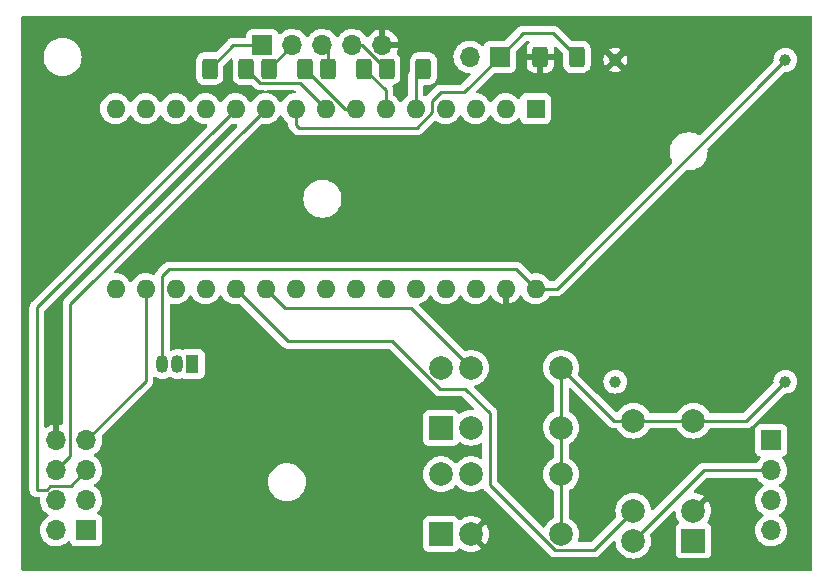
<source format=gbr>
%TF.GenerationSoftware,KiCad,Pcbnew,(6.0.6-0)*%
%TF.CreationDate,2022-07-04T00:08:46+08:00*%
%TF.ProjectId,__,8cc82e6b-6963-4616-945f-706362585858,rev?*%
%TF.SameCoordinates,Original*%
%TF.FileFunction,Copper,L2,Bot*%
%TF.FilePolarity,Positive*%
%FSLAX46Y46*%
G04 Gerber Fmt 4.6, Leading zero omitted, Abs format (unit mm)*
G04 Created by KiCad (PCBNEW (6.0.6-0)) date 2022-07-04 00:08:46*
%MOMM*%
%LPD*%
G01*
G04 APERTURE LIST*
G04 Aperture macros list*
%AMRoundRect*
0 Rectangle with rounded corners*
0 $1 Rounding radius*
0 $2 $3 $4 $5 $6 $7 $8 $9 X,Y pos of 4 corners*
0 Add a 4 corners polygon primitive as box body*
4,1,4,$2,$3,$4,$5,$6,$7,$8,$9,$2,$3,0*
0 Add four circle primitives for the rounded corners*
1,1,$1+$1,$2,$3*
1,1,$1+$1,$4,$5*
1,1,$1+$1,$6,$7*
1,1,$1+$1,$8,$9*
0 Add four rect primitives between the rounded corners*
20,1,$1+$1,$2,$3,$4,$5,0*
20,1,$1+$1,$4,$5,$6,$7,0*
20,1,$1+$1,$6,$7,$8,$9,0*
20,1,$1+$1,$8,$9,$2,$3,0*%
G04 Aperture macros list end*
%TA.AperFunction,ComponentPad*%
%ADD10R,1.700000X1.700000*%
%TD*%
%TA.AperFunction,ComponentPad*%
%ADD11O,1.700000X1.700000*%
%TD*%
%TA.AperFunction,ComponentPad*%
%ADD12R,1.600000X1.600000*%
%TD*%
%TA.AperFunction,ComponentPad*%
%ADD13O,1.600000X1.600000*%
%TD*%
%TA.AperFunction,ComponentPad*%
%ADD14C,1.000000*%
%TD*%
%TA.AperFunction,ComponentPad*%
%ADD15R,2.000000X2.000000*%
%TD*%
%TA.AperFunction,ComponentPad*%
%ADD16C,2.000000*%
%TD*%
%TA.AperFunction,ComponentPad*%
%ADD17R,1.050000X1.500000*%
%TD*%
%TA.AperFunction,ComponentPad*%
%ADD18O,1.050000X1.500000*%
%TD*%
%TA.AperFunction,SMDPad,CuDef*%
%ADD19RoundRect,0.250000X-0.400000X-0.625000X0.400000X-0.625000X0.400000X0.625000X-0.400000X0.625000X0*%
%TD*%
%TA.AperFunction,SMDPad,CuDef*%
%ADD20RoundRect,0.250000X0.400000X0.625000X-0.400000X0.625000X-0.400000X-0.625000X0.400000X-0.625000X0*%
%TD*%
%TA.AperFunction,ViaPad*%
%ADD21C,0.800000*%
%TD*%
%TA.AperFunction,Conductor*%
%ADD22C,0.250000*%
%TD*%
G04 APERTURE END LIST*
D10*
%TO.P,J4_LIGHT,1,Pin_1*%
%TO.N,Net-(J4-Pad1)*%
X127000000Y-101460000D03*
D11*
%TO.P,J4_LIGHT,2,Pin_2*%
%TO.N,Net-(J4-Pad2)*%
X127000000Y-104000000D03*
%TO.P,J4_LIGHT,3,Pin_3*%
%TO.N,Net-(J4-Pad3)*%
X127000000Y-106540000D03*
%TO.P,J4_LIGHT,4,Pin_4*%
%TO.N,Net-(J4-Pad4)*%
X127000000Y-109080000D03*
%TD*%
D10*
%TO.P,J2_BUTTON,1,Pin_1*%
%TO.N,Net-(Arduino1-Pad9)*%
X104000000Y-69000000D03*
D11*
%TO.P,J2_BUTTON,2,Pin_2*%
%TO.N,5V*%
X101460000Y-69000000D03*
%TD*%
D12*
%TO.P,Arduino1,1,TX*%
%TO.N,unconnected-(Arduino1-Pad1)*%
X107050000Y-73390000D03*
D13*
%TO.P,Arduino1,2,RX*%
%TO.N,unconnected-(Arduino1-Pad2)*%
X104510000Y-73390000D03*
%TO.P,Arduino1,3,RST*%
%TO.N,unconnected-(Arduino1-Pad3)*%
X101970000Y-73390000D03*
%TO.P,Arduino1,4,GND*%
%TO.N,unconnected-(Arduino1-Pad4)*%
X99430000Y-73390000D03*
%TO.P,Arduino1,5,D2*%
%TO.N,Net-(Arduino1-Pad5)*%
X96890000Y-73390000D03*
%TO.P,Arduino1,6,D3*%
%TO.N,Net-(Arduino1-Pad6)*%
X94350000Y-73390000D03*
%TO.P,Arduino1,7,D4*%
%TO.N,Net-(Arduino1-Pad7)*%
X91810000Y-73390000D03*
%TO.P,Arduino1,8,D5*%
%TO.N,Net-(Arduino1-Pad8)*%
X89270000Y-73390000D03*
%TO.P,Arduino1,9,D6*%
%TO.N,Net-(Arduino1-Pad9)*%
X86730000Y-73390000D03*
%TO.P,Arduino1,10,D7*%
%TO.N,Net-(Arduino1-Pad10)*%
X84190000Y-73390000D03*
%TO.P,Arduino1,11,D8*%
%TO.N,Net-(Arduino1-Pad11)*%
X81650000Y-73390000D03*
%TO.P,Arduino1,12,D9*%
%TO.N,unconnected-(Arduino1-Pad12)*%
X79110000Y-73390000D03*
%TO.P,Arduino1,13,D10(~{SS})*%
%TO.N,unconnected-(Arduino1-Pad13)*%
X76570000Y-73390000D03*
%TO.P,Arduino1,14,D11(MOSI)*%
%TO.N,Net-(Arduino1-Pad14)*%
X74030000Y-73390000D03*
%TO.P,Arduino1,15,D12(MISO)*%
%TO.N,Net-(Arduino1-Pad15)*%
X71490000Y-73390000D03*
%TO.P,Arduino1,16,D13*%
%TO.N,Net-(Arduino1-Pad16)*%
X71490000Y-88630000D03*
%TO.P,Arduino1,17,3V3*%
%TO.N,Net-(Arduino1-Pad17)*%
X74030000Y-88630000D03*
%TO.P,Arduino1,18,REF*%
%TO.N,unconnected-(Arduino1-Pad18)*%
X76570000Y-88630000D03*
%TO.P,Arduino1,19,A0*%
%TO.N,Net-(Arduino1-Pad19)*%
X79110000Y-88630000D03*
%TO.P,Arduino1,20,A1*%
%TO.N,Net-(Arduino1-Pad20)*%
X81650000Y-88630000D03*
%TO.P,Arduino1,21,A2*%
%TO.N,Net-(Arduino1-Pad21)*%
X84190000Y-88630000D03*
%TO.P,Arduino1,22,A3*%
%TO.N,unconnected-(Arduino1-Pad22)*%
X86730000Y-88630000D03*
%TO.P,Arduino1,23,A4*%
%TO.N,unconnected-(Arduino1-Pad23)*%
X89270000Y-88630000D03*
%TO.P,Arduino1,24,A5*%
%TO.N,unconnected-(Arduino1-Pad24)*%
X91810000Y-88630000D03*
%TO.P,Arduino1,25,A6*%
%TO.N,unconnected-(Arduino1-Pad25)*%
X94350000Y-88630000D03*
%TO.P,Arduino1,26,A7*%
%TO.N,unconnected-(Arduino1-Pad26)*%
X96890000Y-88630000D03*
%TO.P,Arduino1,27,5V*%
%TO.N,5V*%
X99430000Y-88630000D03*
%TO.P,Arduino1,28,RST*%
%TO.N,unconnected-(Arduino1-Pad28)*%
X101970000Y-88630000D03*
%TO.P,Arduino1,29,GND*%
%TO.N,Earth*%
X104510000Y-88630000D03*
%TO.P,Arduino1,30,VIN*%
%TO.N,VIN*%
X107050000Y-88630000D03*
%TD*%
D14*
%TO.P,TR1,1,Vin(-)*%
%TO.N,Earth*%
X113800000Y-69250000D03*
%TO.P,TR1,2,Vin(+)*%
%TO.N,VIN*%
X128200000Y-69250000D03*
%TO.P,TR1,3,Out(-)*%
%TO.N,Net-(J4-Pad4)*%
X113800000Y-96500000D03*
%TO.P,TR1,4,Out(+)*%
%TO.N,Net-(K1-Pad5)*%
X128200000Y-96500000D03*
%TD*%
D15*
%TO.P,K2,1*%
%TO.N,unconnected-(K2-Pad1)*%
X120407500Y-109957500D03*
D16*
%TO.P,K2,2*%
%TO.N,Earth*%
X120407500Y-107417500D03*
%TO.P,K2,5*%
%TO.N,Net-(K1-Pad5)*%
X120407500Y-99797500D03*
%TO.P,K2,6*%
X115327500Y-99797500D03*
%TO.P,K2,9*%
%TO.N,Net-(Arduino1-Pad20)*%
X115327500Y-107417500D03*
%TO.P,K2,10*%
%TO.N,Net-(J4-Pad2)*%
X115327500Y-109957500D03*
%TD*%
D17*
%TO.P,Q1,1,E*%
%TO.N,Net-(H3-Pad1)*%
X78000000Y-95000000D03*
D18*
%TO.P,Q1,2,B*%
%TO.N,Net-(Q1-Pad2)*%
X76730000Y-95000000D03*
%TO.P,Q1,3,C*%
%TO.N,VIN*%
X75460000Y-95000000D03*
%TD*%
D15*
%TO.P,K1,1*%
%TO.N,unconnected-(K1-Pad1)*%
X99042500Y-109407500D03*
D16*
%TO.P,K1,2*%
%TO.N,Earth*%
X101582500Y-109407500D03*
%TO.P,K1,5*%
%TO.N,Net-(K1-Pad5)*%
X109202500Y-109407500D03*
%TO.P,K1,6*%
X109202500Y-104327500D03*
%TO.P,K1,9*%
%TO.N,Net-(Arduino1-Pad19)*%
X101582500Y-104327500D03*
%TO.P,K1,10*%
%TO.N,Net-(J4-Pad3)*%
X99042500Y-104327500D03*
%TD*%
D10*
%TO.P,J3_2.4G,1,EMPTY*%
%TO.N,unconnected-(J3-Pad1)*%
X69000000Y-109080000D03*
D11*
%TO.P,J3_2.4G,2,MISO*%
%TO.N,Net-(Arduino1-Pad15)*%
X66460000Y-109080000D03*
%TO.P,J3_2.4G,3,MOSI*%
%TO.N,Net-(Arduino1-Pad14)*%
X69000000Y-106540000D03*
%TO.P,J3_2.4G,4,SCLK*%
%TO.N,Net-(Arduino1-Pad16)*%
X66460000Y-106540000D03*
%TO.P,J3_2.4G,5,CSN*%
%TO.N,Net-(Arduino1-Pad11)*%
X69000000Y-104000000D03*
%TO.P,J3_2.4G,6,CE*%
%TO.N,Net-(Arduino1-Pad10)*%
X66460000Y-104000000D03*
%TO.P,J3_2.4G,7,VCC*%
%TO.N,Net-(Arduino1-Pad17)*%
X69000000Y-101460000D03*
%TO.P,J3_2.4G,8,GND*%
%TO.N,Earth*%
X66460000Y-101460000D03*
%TD*%
D10*
%TO.P,J1_LED,1,Pin_1*%
%TO.N,Net-(J1-Pad1)*%
X83925000Y-68000000D03*
D11*
%TO.P,J1_LED,2,Pin_2*%
%TO.N,Net-(J1-Pad2)*%
X86465000Y-68000000D03*
%TO.P,J1_LED,3,Pin_3*%
%TO.N,Net-(J1-Pad3)*%
X89005000Y-68000000D03*
%TO.P,J1_LED,4,Pin_4*%
%TO.N,Net-(J1-Pad4)*%
X91545000Y-68000000D03*
%TO.P,J1_LED,5,Pin_5*%
%TO.N,Earth*%
X94085000Y-68000000D03*
%TD*%
D15*
%TO.P,K3,1*%
%TO.N,unconnected-(K3-Pad1)*%
X99042500Y-100407500D03*
D16*
%TO.P,K3,2*%
%TO.N,Earth*%
X101582500Y-100407500D03*
%TO.P,K3,5*%
%TO.N,Net-(K1-Pad5)*%
X109202500Y-100407500D03*
%TO.P,K3,6*%
X109202500Y-95327500D03*
%TO.P,K3,9*%
%TO.N,Net-(Arduino1-Pad21)*%
X101582500Y-95327500D03*
%TO.P,K3,10*%
%TO.N,Net-(J4-Pad1)*%
X99042500Y-95327500D03*
%TD*%
D19*
%TO.P,R2,1*%
%TO.N,Net-(J1-Pad4)*%
X94450000Y-70000000D03*
%TO.P,R2,2*%
%TO.N,Net-(Arduino1-Pad5)*%
X97550000Y-70000000D03*
%TD*%
%TO.P,R3,1*%
%TO.N,Net-(J1-Pad3)*%
X89450000Y-70000000D03*
%TO.P,R3,2*%
%TO.N,Net-(Arduino1-Pad6)*%
X92550000Y-70000000D03*
%TD*%
D20*
%TO.P,R1,1*%
%TO.N,Net-(Arduino1-Pad9)*%
X110550000Y-69000000D03*
%TO.P,R1,2*%
%TO.N,Earth*%
X107450000Y-69000000D03*
%TD*%
D19*
%TO.P,R4,1*%
%TO.N,Net-(J1-Pad2)*%
X84450000Y-70000000D03*
%TO.P,R4,2*%
%TO.N,Net-(Arduino1-Pad7)*%
X87550000Y-70000000D03*
%TD*%
%TO.P,R5,1*%
%TO.N,Net-(J1-Pad1)*%
X79450000Y-70000000D03*
%TO.P,R5,2*%
%TO.N,Net-(Arduino1-Pad8)*%
X82550000Y-70000000D03*
%TD*%
D21*
%TO.N,Earth*%
X77000000Y-92000000D03*
X115000000Y-91000000D03*
X95000000Y-109000000D03*
X112000000Y-103000000D03*
X126000000Y-90000000D03*
X85000000Y-109000000D03*
X73000000Y-107000000D03*
X124000000Y-108000000D03*
X66000000Y-75000000D03*
X126000000Y-75000000D03*
X85000000Y-81000000D03*
X70000000Y-83000000D03*
X118000000Y-103000000D03*
X116000000Y-72000000D03*
X105000000Y-92000000D03*
X95000000Y-80000000D03*
X90000000Y-102000000D03*
X73000000Y-68000000D03*
%TD*%
D22*
%TO.N,Net-(Arduino1-Pad5)*%
X96890000Y-70660000D02*
X96890000Y-73390000D01*
X97550000Y-70000000D02*
X96890000Y-70660000D01*
%TO.N,Net-(Arduino1-Pad6)*%
X92550000Y-70000000D02*
X94350000Y-71800000D01*
X94350000Y-71800000D02*
X94350000Y-73390000D01*
%TO.N,Net-(Arduino1-Pad7)*%
X87550000Y-70000000D02*
X90940000Y-73390000D01*
X90940000Y-73390000D02*
X91810000Y-73390000D01*
%TO.N,Net-(Arduino1-Pad8)*%
X83750000Y-71200000D02*
X87080000Y-71200000D01*
X87080000Y-71200000D02*
X89270000Y-73390000D01*
X82550000Y-70000000D02*
X83750000Y-71200000D01*
%TO.N,Net-(Arduino1-Pad9)*%
X99000000Y-72000000D02*
X98305000Y-72695000D01*
X99000000Y-72000000D02*
X101000000Y-72000000D01*
X86730000Y-74730000D02*
X86730000Y-73390000D01*
X101000000Y-72000000D02*
X104000000Y-69000000D01*
X97000000Y-75000000D02*
X87000000Y-75000000D01*
X98305000Y-72695000D02*
X98305000Y-73695000D01*
X104000000Y-69000000D02*
X106000000Y-67000000D01*
X98305000Y-73695000D02*
X97000000Y-75000000D01*
X87000000Y-75000000D02*
X86730000Y-74730000D01*
X106000000Y-67000000D02*
X108550000Y-67000000D01*
X108550000Y-67000000D02*
X110550000Y-69000000D01*
%TO.N,Net-(Arduino1-Pad10)*%
X66460000Y-104000000D02*
X67635000Y-102825000D01*
X67635000Y-102825000D02*
X67635000Y-89945000D01*
X67635000Y-89945000D02*
X84190000Y-73390000D01*
%TO.N,Net-(Arduino1-Pad11)*%
X65973299Y-105316699D02*
X67683301Y-105316699D01*
X64823557Y-105644999D02*
X65644999Y-105644999D01*
X64823557Y-90216443D02*
X64823557Y-105644999D01*
X81650000Y-73390000D02*
X64823557Y-90216443D01*
X65644999Y-105644999D02*
X65973299Y-105316699D01*
X67683301Y-105316699D02*
X69000000Y-104000000D01*
%TO.N,Net-(Arduino1-Pad17)*%
X74030000Y-96430000D02*
X74030000Y-88630000D01*
X69000000Y-101460000D02*
X74030000Y-96430000D01*
%TO.N,Net-(Arduino1-Pad20)*%
X112012500Y-110732500D02*
X108653667Y-110732500D01*
X86095000Y-93075000D02*
X94916167Y-93075000D01*
X103181305Y-105260138D02*
X103181305Y-99181305D01*
X103181305Y-99181305D02*
X101079417Y-97079417D01*
X115327500Y-107417500D02*
X112012500Y-110732500D01*
X81650000Y-88630000D02*
X86095000Y-93075000D01*
X101079417Y-97079417D02*
X98920583Y-97079417D01*
X94916167Y-93075000D02*
X98920583Y-97079417D01*
X108653667Y-110732500D02*
X103181305Y-105260138D01*
%TO.N,Net-(Arduino1-Pad21)*%
X101582500Y-95327500D02*
X96521443Y-90266443D01*
X85826443Y-90266443D02*
X84190000Y-88630000D01*
X96521443Y-90266443D02*
X85826443Y-90266443D01*
%TO.N,VIN*%
X75445000Y-94985000D02*
X75445000Y-87555000D01*
X75460000Y-95000000D02*
X75445000Y-94985000D01*
X75445000Y-87555000D02*
X76000000Y-87000000D01*
X107050000Y-88630000D02*
X108820000Y-88630000D01*
X105420000Y-87000000D02*
X107050000Y-88630000D01*
X76000000Y-87000000D02*
X105420000Y-87000000D01*
X108820000Y-88630000D02*
X128200000Y-69250000D01*
%TO.N,Net-(J4-Pad2)*%
X115327500Y-109957500D02*
X121285000Y-104000000D01*
X121285000Y-104000000D02*
X127000000Y-104000000D01*
%TO.N,Net-(K1-Pad5)*%
X115327500Y-99797500D02*
X113672500Y-99797500D01*
X109202500Y-95327500D02*
X109202500Y-100407500D01*
X124902500Y-99797500D02*
X128200000Y-96500000D01*
X109202500Y-104327500D02*
X109202500Y-109407500D01*
X120407500Y-99797500D02*
X124902500Y-99797500D01*
X115327500Y-99797500D02*
X120407500Y-99797500D01*
X113672500Y-99797500D02*
X109202500Y-95327500D01*
X109202500Y-100407500D02*
X109202500Y-104327500D01*
%TO.N,Net-(J1-Pad1)*%
X79450000Y-70000000D02*
X81450000Y-68000000D01*
X81450000Y-68000000D02*
X83925000Y-68000000D01*
%TO.N,Net-(J1-Pad2)*%
X84450000Y-70000000D02*
X84465000Y-70000000D01*
X84465000Y-70000000D02*
X86465000Y-68000000D01*
%TO.N,Net-(J1-Pad3)*%
X89450000Y-68445000D02*
X89005000Y-68000000D01*
X89450000Y-70000000D02*
X89450000Y-68445000D01*
X89450000Y-70000000D02*
X89005000Y-69555000D01*
%TO.N,Net-(J1-Pad4)*%
X92388173Y-68000000D02*
X91545000Y-68000000D01*
X94450000Y-70000000D02*
X94388173Y-70000000D01*
X94450000Y-70000000D02*
X94450000Y-69905000D01*
X94388173Y-70000000D02*
X92388173Y-68000000D01*
%TD*%
%TA.AperFunction,Conductor*%
%TO.N,Earth*%
G36*
X130433621Y-65528502D02*
G01*
X130480114Y-65582158D01*
X130491500Y-65634500D01*
X130491500Y-112365500D01*
X130471498Y-112433621D01*
X130417842Y-112480114D01*
X130365500Y-112491500D01*
X63634500Y-112491500D01*
X63566379Y-112471498D01*
X63519886Y-112417842D01*
X63508500Y-112365500D01*
X63508500Y-110455634D01*
X97534000Y-110455634D01*
X97540755Y-110517816D01*
X97591885Y-110654205D01*
X97679239Y-110770761D01*
X97795795Y-110858115D01*
X97932184Y-110909245D01*
X97994366Y-110916000D01*
X100090634Y-110916000D01*
X100152816Y-110909245D01*
X100289205Y-110858115D01*
X100405761Y-110770761D01*
X100487730Y-110661391D01*
X100487730Y-110661390D01*
X100493115Y-110654205D01*
X100493173Y-110654050D01*
X100540291Y-110607037D01*
X100609682Y-110592022D01*
X100676175Y-110616906D01*
X100682386Y-110621881D01*
X100689617Y-110628057D01*
X100697601Y-110633857D01*
X100891542Y-110752705D01*
X100900337Y-110757187D01*
X101110488Y-110844234D01*
X101119873Y-110847283D01*
X101341054Y-110900385D01*
X101350801Y-110901928D01*
X101577570Y-110919775D01*
X101587430Y-110919775D01*
X101814199Y-110901928D01*
X101823946Y-110900385D01*
X102045127Y-110847283D01*
X102054512Y-110844234D01*
X102264663Y-110757187D01*
X102273458Y-110752705D01*
X102440945Y-110650068D01*
X102450407Y-110639610D01*
X102446624Y-110630834D01*
X101312385Y-109496595D01*
X101278359Y-109434283D01*
X101280194Y-109408632D01*
X101946908Y-109408632D01*
X101947039Y-109410465D01*
X101951290Y-109417080D01*
X102802790Y-110268580D01*
X102815170Y-110275340D01*
X102822820Y-110269613D01*
X102927705Y-110098458D01*
X102932187Y-110089663D01*
X103019234Y-109879512D01*
X103022283Y-109870127D01*
X103075385Y-109648946D01*
X103076928Y-109639199D01*
X103094775Y-109412430D01*
X103094775Y-109402570D01*
X103076928Y-109175801D01*
X103075385Y-109166054D01*
X103022283Y-108944873D01*
X103019234Y-108935488D01*
X102932187Y-108725337D01*
X102927705Y-108716542D01*
X102825068Y-108549055D01*
X102814610Y-108539593D01*
X102805834Y-108543376D01*
X101954522Y-109394688D01*
X101946908Y-109408632D01*
X101280194Y-109408632D01*
X101283424Y-109363468D01*
X101312385Y-109318405D01*
X102443580Y-108187210D01*
X102450340Y-108174830D01*
X102444613Y-108167180D01*
X102273458Y-108062295D01*
X102264663Y-108057813D01*
X102054512Y-107970766D01*
X102045127Y-107967717D01*
X101823946Y-107914615D01*
X101814199Y-107913072D01*
X101587430Y-107895225D01*
X101577570Y-107895225D01*
X101350801Y-107913072D01*
X101341054Y-107914615D01*
X101119873Y-107967717D01*
X101110488Y-107970766D01*
X100900337Y-108057813D01*
X100891542Y-108062295D01*
X100697601Y-108181143D01*
X100689617Y-108186943D01*
X100682386Y-108193119D01*
X100617596Y-108222151D01*
X100547396Y-108211547D01*
X100494812Y-108165323D01*
X100493115Y-108160795D01*
X100487730Y-108153610D01*
X100487729Y-108153608D01*
X100411142Y-108051419D01*
X100405761Y-108044239D01*
X100289205Y-107956885D01*
X100152816Y-107905755D01*
X100090634Y-107899000D01*
X97994366Y-107899000D01*
X97932184Y-107905755D01*
X97795795Y-107956885D01*
X97679239Y-108044239D01*
X97591885Y-108160795D01*
X97540755Y-108297184D01*
X97534000Y-108359366D01*
X97534000Y-110455634D01*
X63508500Y-110455634D01*
X63508500Y-90196386D01*
X64185337Y-90196386D01*
X64186083Y-90204278D01*
X64189498Y-90240404D01*
X64190057Y-90252262D01*
X64190057Y-105573206D01*
X64187825Y-105596815D01*
X64186282Y-105604905D01*
X64189566Y-105657111D01*
X64189808Y-105660950D01*
X64190057Y-105668861D01*
X64190057Y-105684855D01*
X64192063Y-105700729D01*
X64192805Y-105708589D01*
X64196332Y-105764649D01*
X64198782Y-105772190D01*
X64198878Y-105772486D01*
X64204051Y-105795630D01*
X64204089Y-105795934D01*
X64204090Y-105795939D01*
X64205083Y-105803796D01*
X64207999Y-105811161D01*
X64208000Y-105811165D01*
X64225756Y-105856010D01*
X64228428Y-105863429D01*
X64245793Y-105916874D01*
X64250043Y-105923570D01*
X64250043Y-105923571D01*
X64250207Y-105923830D01*
X64260972Y-105944957D01*
X64261086Y-105945245D01*
X64261089Y-105945250D01*
X64264005Y-105952616D01*
X64268661Y-105959024D01*
X64268664Y-105959030D01*
X64297015Y-105998051D01*
X64301458Y-106004588D01*
X64331557Y-106052017D01*
X64337335Y-106057443D01*
X64337336Y-106057444D01*
X64337564Y-106057658D01*
X64353245Y-106075445D01*
X64358085Y-106082106D01*
X64364194Y-106087160D01*
X64364195Y-106087161D01*
X64401353Y-106117902D01*
X64407287Y-106123133D01*
X64442455Y-106156157D01*
X64442458Y-106156159D01*
X64448236Y-106161585D01*
X64455460Y-106165557D01*
X64475063Y-106178880D01*
X64475303Y-106179079D01*
X64475310Y-106179083D01*
X64481413Y-106184132D01*
X64520957Y-106202740D01*
X64532233Y-106208046D01*
X64539265Y-106211628D01*
X64588497Y-106238694D01*
X64596172Y-106240664D01*
X64596178Y-106240667D01*
X64596476Y-106240743D01*
X64618785Y-106248775D01*
X64619060Y-106248905D01*
X64619068Y-106248908D01*
X64626239Y-106252282D01*
X64681406Y-106262805D01*
X64689115Y-106264528D01*
X64723108Y-106273256D01*
X64735850Y-106276528D01*
X64735851Y-106276528D01*
X64743527Y-106278499D01*
X64751764Y-106278499D01*
X64775373Y-106280731D01*
X64775676Y-106280789D01*
X64775680Y-106280789D01*
X64783463Y-106282274D01*
X64839508Y-106278748D01*
X64847419Y-106278499D01*
X64981455Y-106278499D01*
X65049576Y-106298501D01*
X65096069Y-106352157D01*
X65106742Y-106417887D01*
X65104431Y-106439511D01*
X65097800Y-106501562D01*
X65097251Y-106506695D01*
X65097548Y-106511847D01*
X65097548Y-106511851D01*
X65103011Y-106606590D01*
X65110110Y-106729715D01*
X65111247Y-106734761D01*
X65111248Y-106734767D01*
X65131119Y-106822939D01*
X65159222Y-106947639D01*
X65243266Y-107154616D01*
X65294019Y-107237438D01*
X65357291Y-107340688D01*
X65359987Y-107345088D01*
X65506250Y-107513938D01*
X65678126Y-107656632D01*
X65731147Y-107687615D01*
X65751445Y-107699476D01*
X65800169Y-107751114D01*
X65813240Y-107820897D01*
X65786509Y-107886669D01*
X65746055Y-107920027D01*
X65733607Y-107926507D01*
X65729474Y-107929610D01*
X65729471Y-107929612D01*
X65559100Y-108057530D01*
X65554965Y-108060635D01*
X65517669Y-108099663D01*
X65437721Y-108183324D01*
X65400629Y-108222138D01*
X65274743Y-108406680D01*
X65259003Y-108440590D01*
X65184349Y-108601419D01*
X65180688Y-108609305D01*
X65120989Y-108824570D01*
X65097251Y-109046695D01*
X65097548Y-109051848D01*
X65097548Y-109051851D01*
X65104695Y-109175801D01*
X65110110Y-109269715D01*
X65111247Y-109274761D01*
X65111248Y-109274767D01*
X65121083Y-109318405D01*
X65159222Y-109487639D01*
X65243266Y-109694616D01*
X65259305Y-109720789D01*
X65353863Y-109875094D01*
X65359987Y-109885088D01*
X65506250Y-110053938D01*
X65678126Y-110196632D01*
X65871000Y-110309338D01*
X66079692Y-110389030D01*
X66084760Y-110390061D01*
X66084763Y-110390062D01*
X66192017Y-110411883D01*
X66298597Y-110433567D01*
X66303772Y-110433757D01*
X66303774Y-110433757D01*
X66516673Y-110441564D01*
X66516677Y-110441564D01*
X66521837Y-110441753D01*
X66526957Y-110441097D01*
X66526959Y-110441097D01*
X66738288Y-110414025D01*
X66738289Y-110414025D01*
X66743416Y-110413368D01*
X66748366Y-110411883D01*
X66952429Y-110350661D01*
X66952434Y-110350659D01*
X66957384Y-110349174D01*
X67157994Y-110250896D01*
X67339860Y-110121173D01*
X67448091Y-110013319D01*
X67510462Y-109979404D01*
X67581268Y-109984592D01*
X67638030Y-110027238D01*
X67655012Y-110058341D01*
X67662756Y-110078998D01*
X67699385Y-110176705D01*
X67786739Y-110293261D01*
X67903295Y-110380615D01*
X68039684Y-110431745D01*
X68101866Y-110438500D01*
X69898134Y-110438500D01*
X69960316Y-110431745D01*
X70096705Y-110380615D01*
X70213261Y-110293261D01*
X70300615Y-110176705D01*
X70351745Y-110040316D01*
X70358500Y-109978134D01*
X70358500Y-108181866D01*
X70351745Y-108119684D01*
X70300615Y-107983295D01*
X70213261Y-107866739D01*
X70096705Y-107779385D01*
X70069905Y-107769338D01*
X69978203Y-107734960D01*
X69921439Y-107692318D01*
X69896739Y-107625756D01*
X69911947Y-107556408D01*
X69933493Y-107527727D01*
X70034435Y-107427137D01*
X70038096Y-107423489D01*
X70097594Y-107340689D01*
X70165435Y-107246277D01*
X70168453Y-107242077D01*
X70189320Y-107199857D01*
X70265136Y-107046453D01*
X70265137Y-107046451D01*
X70267430Y-107041811D01*
X70332370Y-106828069D01*
X70361529Y-106606590D01*
X70361846Y-106593609D01*
X70363074Y-106543365D01*
X70363074Y-106543361D01*
X70363156Y-106540000D01*
X70344852Y-106317361D01*
X70290431Y-106100702D01*
X70201354Y-105895840D01*
X70128880Y-105783812D01*
X70082822Y-105712617D01*
X70082820Y-105712614D01*
X70080014Y-105708277D01*
X69929670Y-105543051D01*
X69925619Y-105539852D01*
X69925615Y-105539848D01*
X69758414Y-105407800D01*
X69758410Y-105407798D01*
X69754359Y-105404598D01*
X69713053Y-105381796D01*
X69663084Y-105331364D01*
X69648312Y-105261921D01*
X69673428Y-105195516D01*
X69700780Y-105168909D01*
X69744603Y-105137650D01*
X69879860Y-105041173D01*
X69921178Y-105000000D01*
X84386526Y-105000000D01*
X84406391Y-105252403D01*
X84407545Y-105257210D01*
X84407546Y-105257216D01*
X84437455Y-105381797D01*
X84465495Y-105498591D01*
X84467388Y-105503162D01*
X84467389Y-105503164D01*
X84558979Y-105724281D01*
X84562384Y-105732502D01*
X84694672Y-105948376D01*
X84859102Y-106140898D01*
X85051624Y-106305328D01*
X85267498Y-106437616D01*
X85272068Y-106439509D01*
X85272072Y-106439511D01*
X85496836Y-106532611D01*
X85501409Y-106534505D01*
X85524298Y-106540000D01*
X85742784Y-106592454D01*
X85742790Y-106592455D01*
X85747597Y-106593609D01*
X85847416Y-106601465D01*
X85934345Y-106608307D01*
X85934352Y-106608307D01*
X85936801Y-106608500D01*
X86063199Y-106608500D01*
X86065648Y-106608307D01*
X86065655Y-106608307D01*
X86152584Y-106601465D01*
X86252403Y-106593609D01*
X86257210Y-106592455D01*
X86257216Y-106592454D01*
X86475702Y-106540000D01*
X86498591Y-106534505D01*
X86503164Y-106532611D01*
X86727928Y-106439511D01*
X86727932Y-106439509D01*
X86732502Y-106437616D01*
X86948376Y-106305328D01*
X87140898Y-106140898D01*
X87305328Y-105948376D01*
X87437616Y-105732502D01*
X87441022Y-105724281D01*
X87532611Y-105503164D01*
X87532612Y-105503162D01*
X87534505Y-105498591D01*
X87562545Y-105381797D01*
X87592454Y-105257216D01*
X87592455Y-105257210D01*
X87593609Y-105252403D01*
X87613474Y-105000000D01*
X87593609Y-104747597D01*
X87580662Y-104693665D01*
X87535660Y-104506221D01*
X87534505Y-104501409D01*
X87437616Y-104267498D01*
X87305328Y-104051624D01*
X87140898Y-103859102D01*
X86948376Y-103694672D01*
X86732502Y-103562384D01*
X86727932Y-103560491D01*
X86727928Y-103560489D01*
X86503164Y-103467389D01*
X86503162Y-103467388D01*
X86498591Y-103465495D01*
X86382099Y-103437528D01*
X86257216Y-103407546D01*
X86257210Y-103407545D01*
X86252403Y-103406391D01*
X86152584Y-103398535D01*
X86065655Y-103391693D01*
X86065648Y-103391693D01*
X86063199Y-103391500D01*
X85936801Y-103391500D01*
X85934352Y-103391693D01*
X85934345Y-103391693D01*
X85847416Y-103398535D01*
X85747597Y-103406391D01*
X85742790Y-103407545D01*
X85742784Y-103407546D01*
X85617901Y-103437528D01*
X85501409Y-103465495D01*
X85496838Y-103467388D01*
X85496836Y-103467389D01*
X85272072Y-103560489D01*
X85272068Y-103560491D01*
X85267498Y-103562384D01*
X85051624Y-103694672D01*
X84859102Y-103859102D01*
X84694672Y-104051624D01*
X84562384Y-104267498D01*
X84465495Y-104501409D01*
X84464340Y-104506221D01*
X84419339Y-104693665D01*
X84406391Y-104747597D01*
X84386526Y-105000000D01*
X69921178Y-105000000D01*
X69926125Y-104995070D01*
X69975825Y-104945543D01*
X70038096Y-104883489D01*
X70168453Y-104702077D01*
X70172611Y-104693665D01*
X70265136Y-104506453D01*
X70265137Y-104506451D01*
X70267430Y-104501811D01*
X70332370Y-104288069D01*
X70361529Y-104066590D01*
X70363156Y-104000000D01*
X70344852Y-103777361D01*
X70290431Y-103560702D01*
X70201354Y-103355840D01*
X70080014Y-103168277D01*
X69929670Y-103003051D01*
X69925619Y-102999852D01*
X69925615Y-102999848D01*
X69758414Y-102867800D01*
X69758410Y-102867798D01*
X69754359Y-102864598D01*
X69713053Y-102841796D01*
X69663084Y-102791364D01*
X69648312Y-102721921D01*
X69673428Y-102655516D01*
X69700780Y-102628909D01*
X69791956Y-102563874D01*
X69879860Y-102501173D01*
X70038096Y-102343489D01*
X70168453Y-102162077D01*
X70267430Y-101961811D01*
X70313684Y-101809573D01*
X70330865Y-101753023D01*
X70330865Y-101753021D01*
X70332370Y-101748069D01*
X70361529Y-101526590D01*
X70361611Y-101523240D01*
X70363074Y-101463365D01*
X70363074Y-101463361D01*
X70363156Y-101460000D01*
X70344852Y-101237361D01*
X70316821Y-101125765D01*
X70319625Y-101054823D01*
X70349930Y-101005974D01*
X74422247Y-96933657D01*
X74430537Y-96926113D01*
X74437018Y-96922000D01*
X74446241Y-96912179D01*
X74483658Y-96872333D01*
X74486413Y-96869491D01*
X74506134Y-96849770D01*
X74508612Y-96846575D01*
X74516318Y-96837553D01*
X74541158Y-96811101D01*
X74546586Y-96805321D01*
X74556346Y-96787568D01*
X74567199Y-96771045D01*
X74574753Y-96761306D01*
X74579613Y-96755041D01*
X74597176Y-96714457D01*
X74602383Y-96703827D01*
X74623695Y-96665060D01*
X74625666Y-96657383D01*
X74625668Y-96657378D01*
X74628732Y-96645442D01*
X74635138Y-96626730D01*
X74640033Y-96615419D01*
X74643181Y-96608145D01*
X74644421Y-96600317D01*
X74644423Y-96600310D01*
X74650099Y-96564476D01*
X74652505Y-96552856D01*
X74661528Y-96517711D01*
X74661528Y-96517710D01*
X74663500Y-96510030D01*
X74663500Y-96489776D01*
X74665051Y-96470065D01*
X74666980Y-96457886D01*
X74668220Y-96450057D01*
X74664059Y-96406038D01*
X74663500Y-96394181D01*
X74663500Y-96175213D01*
X74683502Y-96107092D01*
X74737158Y-96060599D01*
X74807432Y-96050495D01*
X74869813Y-96078126D01*
X74879278Y-96085956D01*
X75057565Y-96182356D01*
X75126733Y-96203767D01*
X75245293Y-96240468D01*
X75245296Y-96240469D01*
X75251180Y-96242290D01*
X75257305Y-96242934D01*
X75257306Y-96242934D01*
X75446622Y-96262832D01*
X75446623Y-96262832D01*
X75452750Y-96263476D01*
X75536014Y-96255898D01*
X75648457Y-96245665D01*
X75648460Y-96245664D01*
X75654596Y-96245106D01*
X75660502Y-96243368D01*
X75660506Y-96243367D01*
X75843120Y-96189620D01*
X75843119Y-96189620D01*
X75849029Y-96187881D01*
X75854486Y-96185028D01*
X75854489Y-96185027D01*
X75991765Y-96113261D01*
X76028460Y-96094077D01*
X76028462Y-96094077D01*
X76028645Y-96093981D01*
X76028663Y-96094016D01*
X76094441Y-96074111D01*
X76155409Y-96089271D01*
X76327565Y-96182356D01*
X76396733Y-96203767D01*
X76515293Y-96240468D01*
X76515296Y-96240469D01*
X76521180Y-96242290D01*
X76527305Y-96242934D01*
X76527306Y-96242934D01*
X76716622Y-96262832D01*
X76716623Y-96262832D01*
X76722750Y-96263476D01*
X76806014Y-96255898D01*
X76918457Y-96245665D01*
X76918460Y-96245664D01*
X76924596Y-96245106D01*
X76930502Y-96243368D01*
X76930506Y-96243367D01*
X77113121Y-96189620D01*
X77113123Y-96189619D01*
X77116111Y-96188740D01*
X77119029Y-96187881D01*
X77119282Y-96188740D01*
X77184662Y-96182286D01*
X77221406Y-96195452D01*
X77228295Y-96200615D01*
X77236696Y-96203764D01*
X77236699Y-96203766D01*
X77317414Y-96234024D01*
X77364684Y-96251745D01*
X77426866Y-96258500D01*
X78573134Y-96258500D01*
X78635316Y-96251745D01*
X78771705Y-96200615D01*
X78888261Y-96113261D01*
X78975615Y-95996705D01*
X79026745Y-95860316D01*
X79033500Y-95798134D01*
X79033500Y-94201866D01*
X79026745Y-94139684D01*
X78975615Y-94003295D01*
X78888261Y-93886739D01*
X78771705Y-93799385D01*
X78635316Y-93748255D01*
X78573134Y-93741500D01*
X77426866Y-93741500D01*
X77364684Y-93748255D01*
X77348466Y-93754335D01*
X77236704Y-93796232D01*
X77236701Y-93796234D01*
X77228295Y-93799385D01*
X77221106Y-93804773D01*
X77220863Y-93804906D01*
X77151506Y-93820076D01*
X77123092Y-93814752D01*
X77122999Y-93814723D01*
X76938820Y-93757710D01*
X76932695Y-93757066D01*
X76932694Y-93757066D01*
X76743378Y-93737168D01*
X76743377Y-93737168D01*
X76737250Y-93736524D01*
X76653986Y-93744102D01*
X76541543Y-93754335D01*
X76541540Y-93754336D01*
X76535404Y-93754894D01*
X76529498Y-93756632D01*
X76529494Y-93756633D01*
X76394950Y-93796232D01*
X76340971Y-93812119D01*
X76335514Y-93814972D01*
X76335511Y-93814973D01*
X76262875Y-93852946D01*
X76193239Y-93866780D01*
X76127178Y-93840769D01*
X76085667Y-93783173D01*
X76078500Y-93741284D01*
X76078500Y-90017168D01*
X76098502Y-89949047D01*
X76152158Y-89902554D01*
X76222432Y-89892450D01*
X76237105Y-89895460D01*
X76341913Y-89923543D01*
X76570000Y-89943498D01*
X76798087Y-89923543D01*
X76803400Y-89922119D01*
X76803402Y-89922119D01*
X77013933Y-89865707D01*
X77013935Y-89865706D01*
X77019243Y-89864284D01*
X77025235Y-89861490D01*
X77221762Y-89769849D01*
X77221767Y-89769846D01*
X77226749Y-89767523D01*
X77371754Y-89665989D01*
X77409789Y-89639357D01*
X77409792Y-89639355D01*
X77414300Y-89636198D01*
X77576198Y-89474300D01*
X77587068Y-89458777D01*
X77634098Y-89391611D01*
X77707523Y-89286749D01*
X77709846Y-89281767D01*
X77709849Y-89281762D01*
X77725805Y-89247543D01*
X77772722Y-89194258D01*
X77840999Y-89174797D01*
X77908959Y-89195339D01*
X77954195Y-89247543D01*
X77970151Y-89281762D01*
X77970154Y-89281767D01*
X77972477Y-89286749D01*
X78045902Y-89391611D01*
X78092933Y-89458777D01*
X78103802Y-89474300D01*
X78265700Y-89636198D01*
X78270208Y-89639355D01*
X78270211Y-89639357D01*
X78308246Y-89665989D01*
X78453251Y-89767523D01*
X78458233Y-89769846D01*
X78458238Y-89769849D01*
X78654765Y-89861490D01*
X78660757Y-89864284D01*
X78666065Y-89865706D01*
X78666067Y-89865707D01*
X78876598Y-89922119D01*
X78876600Y-89922119D01*
X78881913Y-89923543D01*
X79110000Y-89943498D01*
X79338087Y-89923543D01*
X79343400Y-89922119D01*
X79343402Y-89922119D01*
X79553933Y-89865707D01*
X79553935Y-89865706D01*
X79559243Y-89864284D01*
X79565235Y-89861490D01*
X79761762Y-89769849D01*
X79761767Y-89769846D01*
X79766749Y-89767523D01*
X79911754Y-89665989D01*
X79949789Y-89639357D01*
X79949792Y-89639355D01*
X79954300Y-89636198D01*
X80116198Y-89474300D01*
X80127068Y-89458777D01*
X80174098Y-89391611D01*
X80247523Y-89286749D01*
X80249846Y-89281767D01*
X80249849Y-89281762D01*
X80265805Y-89247543D01*
X80312722Y-89194258D01*
X80380999Y-89174797D01*
X80448959Y-89195339D01*
X80494195Y-89247543D01*
X80510151Y-89281762D01*
X80510154Y-89281767D01*
X80512477Y-89286749D01*
X80585902Y-89391611D01*
X80632933Y-89458777D01*
X80643802Y-89474300D01*
X80805700Y-89636198D01*
X80810208Y-89639355D01*
X80810211Y-89639357D01*
X80848246Y-89665989D01*
X80993251Y-89767523D01*
X80998233Y-89769846D01*
X80998238Y-89769849D01*
X81194765Y-89861490D01*
X81200757Y-89864284D01*
X81206065Y-89865706D01*
X81206067Y-89865707D01*
X81416598Y-89922119D01*
X81416600Y-89922119D01*
X81421913Y-89923543D01*
X81650000Y-89943498D01*
X81878087Y-89923543D01*
X81883398Y-89922120D01*
X81883409Y-89922118D01*
X81941541Y-89906541D01*
X82012517Y-89908230D01*
X82063248Y-89939152D01*
X85591343Y-93467247D01*
X85598887Y-93475537D01*
X85603000Y-93482018D01*
X85608777Y-93487443D01*
X85652667Y-93528658D01*
X85655509Y-93531413D01*
X85675230Y-93551134D01*
X85678425Y-93553612D01*
X85687447Y-93561318D01*
X85719679Y-93591586D01*
X85726628Y-93595406D01*
X85737432Y-93601346D01*
X85753956Y-93612199D01*
X85769959Y-93624613D01*
X85810543Y-93642176D01*
X85821173Y-93647383D01*
X85859940Y-93668695D01*
X85867617Y-93670666D01*
X85867622Y-93670668D01*
X85879558Y-93673732D01*
X85898266Y-93680137D01*
X85916855Y-93688181D01*
X85924683Y-93689421D01*
X85924690Y-93689423D01*
X85960524Y-93695099D01*
X85972144Y-93697505D01*
X86007289Y-93706528D01*
X86014970Y-93708500D01*
X86035224Y-93708500D01*
X86054934Y-93710051D01*
X86074943Y-93713220D01*
X86082835Y-93712474D01*
X86118961Y-93709059D01*
X86130819Y-93708500D01*
X94601573Y-93708500D01*
X94669694Y-93728502D01*
X94690668Y-93745405D01*
X98416926Y-97471664D01*
X98424470Y-97479954D01*
X98428583Y-97486435D01*
X98434360Y-97491860D01*
X98478250Y-97533075D01*
X98481092Y-97535830D01*
X98500813Y-97555551D01*
X98504008Y-97558029D01*
X98513030Y-97565735D01*
X98545262Y-97596003D01*
X98552211Y-97599823D01*
X98563015Y-97605763D01*
X98579539Y-97616616D01*
X98595542Y-97629030D01*
X98636126Y-97646593D01*
X98646756Y-97651800D01*
X98685523Y-97673112D01*
X98693200Y-97675083D01*
X98693205Y-97675085D01*
X98705141Y-97678149D01*
X98723849Y-97684554D01*
X98742438Y-97692598D01*
X98750266Y-97693838D01*
X98750273Y-97693840D01*
X98786107Y-97699516D01*
X98797727Y-97701922D01*
X98832872Y-97710945D01*
X98840553Y-97712917D01*
X98860807Y-97712917D01*
X98880517Y-97714468D01*
X98900526Y-97717637D01*
X98908418Y-97716891D01*
X98944544Y-97713476D01*
X98956402Y-97712917D01*
X100764823Y-97712917D01*
X100832944Y-97732919D01*
X100853918Y-97749822D01*
X101793003Y-98688907D01*
X101827029Y-98751219D01*
X101821964Y-98822034D01*
X101779417Y-98878870D01*
X101712897Y-98903681D01*
X101694022Y-98903614D01*
X101587430Y-98895225D01*
X101577570Y-98895225D01*
X101350801Y-98913072D01*
X101341054Y-98914615D01*
X101119873Y-98967717D01*
X101110488Y-98970766D01*
X100900337Y-99057813D01*
X100891542Y-99062295D01*
X100697601Y-99181143D01*
X100689617Y-99186943D01*
X100682386Y-99193119D01*
X100617596Y-99222151D01*
X100547396Y-99211547D01*
X100494812Y-99165323D01*
X100493115Y-99160795D01*
X100487730Y-99153610D01*
X100487729Y-99153608D01*
X100411142Y-99051419D01*
X100405761Y-99044239D01*
X100289205Y-98956885D01*
X100152816Y-98905755D01*
X100090634Y-98899000D01*
X97994366Y-98899000D01*
X97932184Y-98905755D01*
X97795795Y-98956885D01*
X97679239Y-99044239D01*
X97591885Y-99160795D01*
X97540755Y-99297184D01*
X97534000Y-99359366D01*
X97534000Y-101455634D01*
X97540755Y-101517816D01*
X97591885Y-101654205D01*
X97679239Y-101770761D01*
X97795795Y-101858115D01*
X97932184Y-101909245D01*
X97994366Y-101916000D01*
X100090634Y-101916000D01*
X100152816Y-101909245D01*
X100289205Y-101858115D01*
X100405761Y-101770761D01*
X100455003Y-101705058D01*
X100487729Y-101661392D01*
X100487730Y-101661390D01*
X100493115Y-101654205D01*
X100493173Y-101654050D01*
X100540291Y-101607037D01*
X100609682Y-101592022D01*
X100676175Y-101616906D01*
X100682386Y-101621881D01*
X100689617Y-101628057D01*
X100697601Y-101633857D01*
X100891542Y-101752705D01*
X100900337Y-101757187D01*
X101110488Y-101844234D01*
X101119873Y-101847283D01*
X101341054Y-101900385D01*
X101350801Y-101901928D01*
X101577570Y-101919775D01*
X101587430Y-101919775D01*
X101814199Y-101901928D01*
X101823946Y-101900385D01*
X102045127Y-101847283D01*
X102054512Y-101844234D01*
X102264663Y-101757187D01*
X102273458Y-101752705D01*
X102355970Y-101702141D01*
X102424503Y-101683602D01*
X102492180Y-101705058D01*
X102537513Y-101759697D01*
X102547805Y-101809573D01*
X102547805Y-102924839D01*
X102527803Y-102992960D01*
X102474147Y-103039453D01*
X102403873Y-103049557D01*
X102355970Y-103032271D01*
X102273693Y-102981851D01*
X102273682Y-102981845D01*
X102269463Y-102979260D01*
X102264893Y-102977367D01*
X102264889Y-102977365D01*
X102054667Y-102890289D01*
X102054665Y-102890288D01*
X102050094Y-102888395D01*
X101969891Y-102869140D01*
X101824024Y-102834120D01*
X101824018Y-102834119D01*
X101819211Y-102832965D01*
X101582500Y-102814335D01*
X101345789Y-102832965D01*
X101340982Y-102834119D01*
X101340976Y-102834120D01*
X101195109Y-102869140D01*
X101114906Y-102888395D01*
X101110335Y-102890288D01*
X101110333Y-102890289D01*
X100900111Y-102977365D01*
X100900107Y-102977367D01*
X100895537Y-102979260D01*
X100891317Y-102981846D01*
X100697298Y-103100741D01*
X100697292Y-103100745D01*
X100693084Y-103103324D01*
X100512531Y-103257531D01*
X100509323Y-103261287D01*
X100509318Y-103261292D01*
X100408311Y-103379556D01*
X100348861Y-103418366D01*
X100277866Y-103418872D01*
X100216689Y-103379556D01*
X100115682Y-103261292D01*
X100115677Y-103261287D01*
X100112469Y-103257531D01*
X99931916Y-103103324D01*
X99927708Y-103100745D01*
X99927702Y-103100741D01*
X99733683Y-102981846D01*
X99729463Y-102979260D01*
X99724893Y-102977367D01*
X99724889Y-102977365D01*
X99514667Y-102890289D01*
X99514665Y-102890288D01*
X99510094Y-102888395D01*
X99429891Y-102869140D01*
X99284024Y-102834120D01*
X99284018Y-102834119D01*
X99279211Y-102832965D01*
X99042500Y-102814335D01*
X98805789Y-102832965D01*
X98800982Y-102834119D01*
X98800976Y-102834120D01*
X98655109Y-102869140D01*
X98574906Y-102888395D01*
X98570335Y-102890288D01*
X98570333Y-102890289D01*
X98360111Y-102977365D01*
X98360107Y-102977367D01*
X98355537Y-102979260D01*
X98351317Y-102981846D01*
X98157298Y-103100741D01*
X98157292Y-103100745D01*
X98153084Y-103103324D01*
X97972531Y-103257531D01*
X97818324Y-103438084D01*
X97815745Y-103442292D01*
X97815741Y-103442298D01*
X97732967Y-103577373D01*
X97694260Y-103640537D01*
X97692367Y-103645107D01*
X97692365Y-103645111D01*
X97639665Y-103772342D01*
X97603395Y-103859906D01*
X97602240Y-103864718D01*
X97553775Y-104066590D01*
X97547965Y-104090789D01*
X97529335Y-104327500D01*
X97547965Y-104564211D01*
X97603395Y-104795094D01*
X97605288Y-104799665D01*
X97605289Y-104799667D01*
X97675856Y-104970031D01*
X97694260Y-105014463D01*
X97696846Y-105018683D01*
X97815741Y-105212702D01*
X97815745Y-105212708D01*
X97818324Y-105216916D01*
X97972531Y-105397469D01*
X98153084Y-105551676D01*
X98157292Y-105554255D01*
X98157298Y-105554259D01*
X98348835Y-105671633D01*
X98355537Y-105675740D01*
X98360107Y-105677633D01*
X98360111Y-105677635D01*
X98570333Y-105764711D01*
X98574906Y-105766605D01*
X98655109Y-105785860D01*
X98800976Y-105820880D01*
X98800982Y-105820881D01*
X98805789Y-105822035D01*
X99042500Y-105840665D01*
X99279211Y-105822035D01*
X99284018Y-105820881D01*
X99284024Y-105820880D01*
X99429891Y-105785860D01*
X99510094Y-105766605D01*
X99514667Y-105764711D01*
X99724889Y-105677635D01*
X99724893Y-105677633D01*
X99729463Y-105675740D01*
X99736165Y-105671633D01*
X99927702Y-105554259D01*
X99927708Y-105554255D01*
X99931916Y-105551676D01*
X100112469Y-105397469D01*
X100115677Y-105393713D01*
X100115682Y-105393708D01*
X100216689Y-105275444D01*
X100276139Y-105236634D01*
X100347134Y-105236128D01*
X100408311Y-105275444D01*
X100509318Y-105393708D01*
X100509323Y-105393713D01*
X100512531Y-105397469D01*
X100693084Y-105551676D01*
X100697292Y-105554255D01*
X100697298Y-105554259D01*
X100888835Y-105671633D01*
X100895537Y-105675740D01*
X100900107Y-105677633D01*
X100900111Y-105677635D01*
X101110333Y-105764711D01*
X101114906Y-105766605D01*
X101195109Y-105785860D01*
X101340976Y-105820880D01*
X101340982Y-105820881D01*
X101345789Y-105822035D01*
X101582500Y-105840665D01*
X101819211Y-105822035D01*
X101824018Y-105820881D01*
X101824024Y-105820880D01*
X101969891Y-105785860D01*
X102050094Y-105766605D01*
X102054667Y-105764711D01*
X102264889Y-105677635D01*
X102264893Y-105677633D01*
X102269463Y-105675740D01*
X102273683Y-105673154D01*
X102273693Y-105673149D01*
X102468200Y-105553954D01*
X102536733Y-105535415D01*
X102604410Y-105556871D01*
X102635972Y-105587326D01*
X102647741Y-105603525D01*
X102654257Y-105613445D01*
X102676763Y-105651500D01*
X102691084Y-105665821D01*
X102703924Y-105680854D01*
X102715833Y-105697245D01*
X102734415Y-105712617D01*
X102749910Y-105725436D01*
X102758689Y-105733426D01*
X108150010Y-111124747D01*
X108157554Y-111133037D01*
X108161667Y-111139518D01*
X108167444Y-111144943D01*
X108211334Y-111186158D01*
X108214176Y-111188913D01*
X108233898Y-111208635D01*
X108237022Y-111211058D01*
X108237026Y-111211062D01*
X108237091Y-111211112D01*
X108246112Y-111218817D01*
X108278346Y-111249086D01*
X108285294Y-111252905D01*
X108285296Y-111252907D01*
X108296099Y-111258846D01*
X108312626Y-111269702D01*
X108322365Y-111277257D01*
X108322367Y-111277258D01*
X108328627Y-111282114D01*
X108369207Y-111299674D01*
X108379855Y-111304891D01*
X108408723Y-111320761D01*
X108418607Y-111326195D01*
X108426283Y-111328166D01*
X108426286Y-111328167D01*
X108438229Y-111331233D01*
X108456934Y-111337637D01*
X108475522Y-111345681D01*
X108483345Y-111346920D01*
X108483355Y-111346923D01*
X108519191Y-111352599D01*
X108530811Y-111355005D01*
X108562626Y-111363173D01*
X108573637Y-111366000D01*
X108593891Y-111366000D01*
X108613601Y-111367551D01*
X108633610Y-111370720D01*
X108641502Y-111369974D01*
X108660247Y-111368202D01*
X108677629Y-111366559D01*
X108689486Y-111366000D01*
X111933733Y-111366000D01*
X111944916Y-111366527D01*
X111952409Y-111368202D01*
X111960335Y-111367953D01*
X111960336Y-111367953D01*
X112020486Y-111366062D01*
X112024445Y-111366000D01*
X112052356Y-111366000D01*
X112056291Y-111365503D01*
X112056356Y-111365495D01*
X112068193Y-111364562D01*
X112100451Y-111363548D01*
X112104470Y-111363422D01*
X112112389Y-111363173D01*
X112131843Y-111357521D01*
X112151200Y-111353513D01*
X112163430Y-111351968D01*
X112163431Y-111351968D01*
X112171297Y-111350974D01*
X112178668Y-111348055D01*
X112178670Y-111348055D01*
X112212412Y-111334696D01*
X112223642Y-111330851D01*
X112258483Y-111320729D01*
X112258484Y-111320729D01*
X112266093Y-111318518D01*
X112272912Y-111314485D01*
X112272917Y-111314483D01*
X112283528Y-111308207D01*
X112301276Y-111299512D01*
X112320117Y-111292052D01*
X112355887Y-111266064D01*
X112365807Y-111259548D01*
X112397035Y-111241080D01*
X112397038Y-111241078D01*
X112403862Y-111237042D01*
X112418183Y-111222721D01*
X112433217Y-111209880D01*
X112434931Y-111208635D01*
X112449607Y-111197972D01*
X112477798Y-111163895D01*
X112485788Y-111155116D01*
X113611520Y-110029384D01*
X113673832Y-109995358D01*
X113744647Y-110000423D01*
X113801483Y-110042970D01*
X113826227Y-110108593D01*
X113832965Y-110194211D01*
X113834119Y-110199018D01*
X113834120Y-110199024D01*
X113860604Y-110309338D01*
X113888395Y-110425094D01*
X113890288Y-110429665D01*
X113890289Y-110429667D01*
X113977250Y-110639610D01*
X113979260Y-110644463D01*
X113981846Y-110648683D01*
X114100741Y-110842702D01*
X114100745Y-110842708D01*
X114103324Y-110846916D01*
X114257531Y-111027469D01*
X114438084Y-111181676D01*
X114442292Y-111184255D01*
X114442298Y-111184259D01*
X114618200Y-111292052D01*
X114640537Y-111305740D01*
X114645107Y-111307633D01*
X114645111Y-111307635D01*
X114855333Y-111394711D01*
X114859906Y-111396605D01*
X114907849Y-111408115D01*
X115085976Y-111450880D01*
X115085982Y-111450881D01*
X115090789Y-111452035D01*
X115327500Y-111470665D01*
X115564211Y-111452035D01*
X115569018Y-111450881D01*
X115569024Y-111450880D01*
X115747151Y-111408115D01*
X115795094Y-111396605D01*
X115799667Y-111394711D01*
X116009889Y-111307635D01*
X116009893Y-111307633D01*
X116014463Y-111305740D01*
X116036800Y-111292052D01*
X116212702Y-111184259D01*
X116212708Y-111184255D01*
X116216916Y-111181676D01*
X116397469Y-111027469D01*
X116551676Y-110846916D01*
X116554255Y-110842708D01*
X116554259Y-110842702D01*
X116673154Y-110648683D01*
X116675740Y-110644463D01*
X116677751Y-110639610D01*
X116764711Y-110429667D01*
X116764712Y-110429665D01*
X116766605Y-110425094D01*
X116794396Y-110309338D01*
X116820880Y-110199024D01*
X116820881Y-110199018D01*
X116822035Y-110194211D01*
X116840665Y-109957500D01*
X116822035Y-109720789D01*
X116815752Y-109694616D01*
X116768440Y-109497549D01*
X116771987Y-109426641D01*
X116801864Y-109379040D01*
X118691984Y-107488920D01*
X118754296Y-107454894D01*
X118825111Y-107459959D01*
X118881947Y-107502506D01*
X118906691Y-107568129D01*
X118913072Y-107649199D01*
X118914615Y-107658946D01*
X118967717Y-107880127D01*
X118970766Y-107889512D01*
X119057813Y-108099663D01*
X119062295Y-108108458D01*
X119181143Y-108302399D01*
X119186943Y-108310383D01*
X119193119Y-108317614D01*
X119222151Y-108382404D01*
X119211547Y-108452604D01*
X119165323Y-108505188D01*
X119160795Y-108506885D01*
X119153610Y-108512270D01*
X119153608Y-108512271D01*
X119117153Y-108539593D01*
X119044239Y-108594239D01*
X118956885Y-108710795D01*
X118905755Y-108847184D01*
X118899000Y-108909366D01*
X118899000Y-111005634D01*
X118905755Y-111067816D01*
X118956885Y-111204205D01*
X119044239Y-111320761D01*
X119160795Y-111408115D01*
X119297184Y-111459245D01*
X119359366Y-111466000D01*
X121455634Y-111466000D01*
X121517816Y-111459245D01*
X121654205Y-111408115D01*
X121770761Y-111320761D01*
X121858115Y-111204205D01*
X121909245Y-111067816D01*
X121916000Y-111005634D01*
X121916000Y-108909366D01*
X121909245Y-108847184D01*
X121858115Y-108710795D01*
X121770761Y-108594239D01*
X121697847Y-108539593D01*
X121661392Y-108512271D01*
X121661390Y-108512270D01*
X121654205Y-108506885D01*
X121654050Y-108506827D01*
X121607037Y-108459709D01*
X121592022Y-108390318D01*
X121616906Y-108323825D01*
X121621881Y-108317614D01*
X121628057Y-108310383D01*
X121633857Y-108302399D01*
X121752705Y-108108458D01*
X121757187Y-108099663D01*
X121844234Y-107889512D01*
X121847283Y-107880127D01*
X121900385Y-107658946D01*
X121901928Y-107649199D01*
X121919775Y-107422430D01*
X121919775Y-107412570D01*
X121901928Y-107185801D01*
X121900385Y-107176054D01*
X121847283Y-106954873D01*
X121844234Y-106945488D01*
X121757187Y-106735337D01*
X121752705Y-106726542D01*
X121650068Y-106559055D01*
X121639610Y-106549593D01*
X121630834Y-106553376D01*
X120496595Y-107687615D01*
X120434283Y-107721641D01*
X120363468Y-107716576D01*
X120318405Y-107687615D01*
X120137385Y-107506595D01*
X120103359Y-107444283D01*
X120108424Y-107373468D01*
X120137385Y-107328405D01*
X121268580Y-106197210D01*
X121275340Y-106184830D01*
X121269613Y-106177180D01*
X121098458Y-106072295D01*
X121089663Y-106067813D01*
X120879512Y-105980766D01*
X120870127Y-105977717D01*
X120648946Y-105924615D01*
X120639199Y-105923072D01*
X120558129Y-105916691D01*
X120491787Y-105891405D01*
X120449648Y-105834267D01*
X120445089Y-105763417D01*
X120478920Y-105701984D01*
X121510499Y-104670405D01*
X121572811Y-104636379D01*
X121599594Y-104633500D01*
X125724274Y-104633500D01*
X125792395Y-104653502D01*
X125831707Y-104693665D01*
X125899987Y-104805088D01*
X126046250Y-104973938D01*
X126218126Y-105116632D01*
X126288595Y-105157811D01*
X126291445Y-105159476D01*
X126340169Y-105211114D01*
X126353240Y-105280897D01*
X126326509Y-105346669D01*
X126286055Y-105380027D01*
X126273607Y-105386507D01*
X126269474Y-105389610D01*
X126269471Y-105389612D01*
X126118234Y-105503164D01*
X126094965Y-105520635D01*
X125940629Y-105682138D01*
X125937715Y-105686410D01*
X125937714Y-105686411D01*
X125882222Y-105767760D01*
X125814743Y-105866680D01*
X125777200Y-105947560D01*
X125726194Y-106057444D01*
X125720688Y-106069305D01*
X125660989Y-106284570D01*
X125637251Y-106506695D01*
X125637548Y-106511848D01*
X125637548Y-106511851D01*
X125643011Y-106606590D01*
X125650110Y-106729715D01*
X125651247Y-106734761D01*
X125651248Y-106734767D01*
X125671119Y-106822939D01*
X125699222Y-106947639D01*
X125783266Y-107154616D01*
X125834019Y-107237438D01*
X125897291Y-107340688D01*
X125899987Y-107345088D01*
X126046250Y-107513938D01*
X126218126Y-107656632D01*
X126271147Y-107687615D01*
X126291445Y-107699476D01*
X126340169Y-107751114D01*
X126353240Y-107820897D01*
X126326509Y-107886669D01*
X126286055Y-107920027D01*
X126273607Y-107926507D01*
X126269474Y-107929610D01*
X126269471Y-107929612D01*
X126099100Y-108057530D01*
X126094965Y-108060635D01*
X126057669Y-108099663D01*
X125977721Y-108183324D01*
X125940629Y-108222138D01*
X125814743Y-108406680D01*
X125799003Y-108440590D01*
X125724349Y-108601419D01*
X125720688Y-108609305D01*
X125660989Y-108824570D01*
X125637251Y-109046695D01*
X125637548Y-109051848D01*
X125637548Y-109051851D01*
X125644695Y-109175801D01*
X125650110Y-109269715D01*
X125651247Y-109274761D01*
X125651248Y-109274767D01*
X125661083Y-109318405D01*
X125699222Y-109487639D01*
X125783266Y-109694616D01*
X125799305Y-109720789D01*
X125893863Y-109875094D01*
X125899987Y-109885088D01*
X126046250Y-110053938D01*
X126218126Y-110196632D01*
X126411000Y-110309338D01*
X126619692Y-110389030D01*
X126624760Y-110390061D01*
X126624763Y-110390062D01*
X126732017Y-110411883D01*
X126838597Y-110433567D01*
X126843772Y-110433757D01*
X126843774Y-110433757D01*
X127056673Y-110441564D01*
X127056677Y-110441564D01*
X127061837Y-110441753D01*
X127066957Y-110441097D01*
X127066959Y-110441097D01*
X127278288Y-110414025D01*
X127278289Y-110414025D01*
X127283416Y-110413368D01*
X127288366Y-110411883D01*
X127492429Y-110350661D01*
X127492434Y-110350659D01*
X127497384Y-110349174D01*
X127697994Y-110250896D01*
X127879860Y-110121173D01*
X128038096Y-109963489D01*
X128097594Y-109880689D01*
X128165435Y-109786277D01*
X128168453Y-109782077D01*
X128234212Y-109649024D01*
X128265136Y-109586453D01*
X128265137Y-109586451D01*
X128267430Y-109581811D01*
X128332370Y-109368069D01*
X128361529Y-109146590D01*
X128363156Y-109080000D01*
X128344852Y-108857361D01*
X128290431Y-108640702D01*
X128201354Y-108435840D01*
X128115027Y-108302399D01*
X128082822Y-108252617D01*
X128082820Y-108252614D01*
X128080014Y-108248277D01*
X127929670Y-108083051D01*
X127925619Y-108079852D01*
X127925615Y-108079848D01*
X127758414Y-107947800D01*
X127758410Y-107947798D01*
X127754359Y-107944598D01*
X127713053Y-107921796D01*
X127663084Y-107871364D01*
X127648312Y-107801921D01*
X127673428Y-107735516D01*
X127700780Y-107708909D01*
X127744603Y-107677650D01*
X127879860Y-107581173D01*
X127901494Y-107559615D01*
X128034435Y-107427137D01*
X128038096Y-107423489D01*
X128097594Y-107340689D01*
X128165435Y-107246277D01*
X128168453Y-107242077D01*
X128189320Y-107199857D01*
X128265136Y-107046453D01*
X128265137Y-107046451D01*
X128267430Y-107041811D01*
X128332370Y-106828069D01*
X128361529Y-106606590D01*
X128361846Y-106593609D01*
X128363074Y-106543365D01*
X128363074Y-106543361D01*
X128363156Y-106540000D01*
X128344852Y-106317361D01*
X128290431Y-106100702D01*
X128201354Y-105895840D01*
X128128880Y-105783812D01*
X128082822Y-105712617D01*
X128082820Y-105712614D01*
X128080014Y-105708277D01*
X127929670Y-105543051D01*
X127925619Y-105539852D01*
X127925615Y-105539848D01*
X127758414Y-105407800D01*
X127758410Y-105407798D01*
X127754359Y-105404598D01*
X127713053Y-105381796D01*
X127663084Y-105331364D01*
X127648312Y-105261921D01*
X127673428Y-105195516D01*
X127700780Y-105168909D01*
X127744603Y-105137650D01*
X127879860Y-105041173D01*
X127926125Y-104995070D01*
X127975825Y-104945543D01*
X128038096Y-104883489D01*
X128168453Y-104702077D01*
X128172611Y-104693665D01*
X128265136Y-104506453D01*
X128265137Y-104506451D01*
X128267430Y-104501811D01*
X128332370Y-104288069D01*
X128361529Y-104066590D01*
X128363156Y-104000000D01*
X128344852Y-103777361D01*
X128290431Y-103560702D01*
X128201354Y-103355840D01*
X128080014Y-103168277D01*
X128076532Y-103164450D01*
X127932798Y-103006488D01*
X127901746Y-102942642D01*
X127910141Y-102872143D01*
X127955317Y-102817375D01*
X127981761Y-102803706D01*
X128088297Y-102763767D01*
X128096705Y-102760615D01*
X128213261Y-102673261D01*
X128300615Y-102556705D01*
X128351745Y-102420316D01*
X128358500Y-102358134D01*
X128358500Y-100561866D01*
X128351745Y-100499684D01*
X128300615Y-100363295D01*
X128213261Y-100246739D01*
X128096705Y-100159385D01*
X127960316Y-100108255D01*
X127898134Y-100101500D01*
X126101866Y-100101500D01*
X126039684Y-100108255D01*
X125903295Y-100159385D01*
X125786739Y-100246739D01*
X125699385Y-100363295D01*
X125648255Y-100499684D01*
X125641500Y-100561866D01*
X125641500Y-102358134D01*
X125648255Y-102420316D01*
X125699385Y-102556705D01*
X125786739Y-102673261D01*
X125903295Y-102760615D01*
X125911704Y-102763767D01*
X125911705Y-102763768D01*
X126020451Y-102804535D01*
X126077216Y-102847176D01*
X126101916Y-102913738D01*
X126086709Y-102983087D01*
X126067316Y-103009568D01*
X125977721Y-103103324D01*
X125940629Y-103142138D01*
X125937715Y-103146410D01*
X125937714Y-103146411D01*
X125825095Y-103311504D01*
X125770184Y-103356507D01*
X125721007Y-103366500D01*
X121363767Y-103366500D01*
X121352584Y-103365973D01*
X121345091Y-103364298D01*
X121337165Y-103364547D01*
X121337164Y-103364547D01*
X121277014Y-103366438D01*
X121273055Y-103366500D01*
X121245144Y-103366500D01*
X121241210Y-103366997D01*
X121241209Y-103366997D01*
X121241144Y-103367005D01*
X121229307Y-103367938D01*
X121197490Y-103368938D01*
X121193029Y-103369078D01*
X121185110Y-103369327D01*
X121167454Y-103374456D01*
X121165658Y-103374978D01*
X121146306Y-103378986D01*
X121141795Y-103379556D01*
X121126203Y-103381526D01*
X121118834Y-103384443D01*
X121118832Y-103384444D01*
X121085097Y-103397800D01*
X121073869Y-103401645D01*
X121031407Y-103413982D01*
X121024585Y-103418016D01*
X121024579Y-103418019D01*
X121013968Y-103424294D01*
X120996218Y-103432990D01*
X120984756Y-103437528D01*
X120984751Y-103437531D01*
X120977383Y-103440448D01*
X120970968Y-103445109D01*
X120941625Y-103466427D01*
X120931707Y-103472943D01*
X120913019Y-103483995D01*
X120893637Y-103495458D01*
X120879313Y-103509782D01*
X120864281Y-103522621D01*
X120847893Y-103534528D01*
X120822709Y-103564970D01*
X120819712Y-103568593D01*
X120811722Y-103577373D01*
X117043480Y-107345615D01*
X116981168Y-107379641D01*
X116910353Y-107374576D01*
X116853517Y-107332029D01*
X116828773Y-107266406D01*
X116827246Y-107246994D01*
X116822035Y-107180789D01*
X116815752Y-107154616D01*
X116767760Y-106954718D01*
X116766605Y-106949906D01*
X116714014Y-106822939D01*
X116677635Y-106735111D01*
X116677633Y-106735107D01*
X116675740Y-106730537D01*
X116601818Y-106609908D01*
X116554259Y-106532298D01*
X116554255Y-106532292D01*
X116551676Y-106528084D01*
X116397469Y-106347531D01*
X116216916Y-106193324D01*
X116212708Y-106190745D01*
X116212702Y-106190741D01*
X116018683Y-106071846D01*
X116014463Y-106069260D01*
X116009893Y-106067367D01*
X116009889Y-106067365D01*
X115799667Y-105980289D01*
X115799665Y-105980288D01*
X115795094Y-105978395D01*
X115685713Y-105952135D01*
X115569024Y-105924120D01*
X115569018Y-105924119D01*
X115564211Y-105922965D01*
X115327500Y-105904335D01*
X115090789Y-105922965D01*
X115085982Y-105924119D01*
X115085976Y-105924120D01*
X114969287Y-105952135D01*
X114859906Y-105978395D01*
X114855335Y-105980288D01*
X114855333Y-105980289D01*
X114645111Y-106067365D01*
X114645107Y-106067367D01*
X114640537Y-106069260D01*
X114636317Y-106071846D01*
X114442298Y-106190741D01*
X114442292Y-106190745D01*
X114438084Y-106193324D01*
X114257531Y-106347531D01*
X114103324Y-106528084D01*
X114100745Y-106532292D01*
X114100741Y-106532298D01*
X114053182Y-106609908D01*
X113979260Y-106730537D01*
X113977367Y-106735107D01*
X113977365Y-106735111D01*
X113940986Y-106822939D01*
X113888395Y-106949906D01*
X113887240Y-106954718D01*
X113839249Y-107154616D01*
X113832965Y-107180789D01*
X113814335Y-107417500D01*
X113832965Y-107654211D01*
X113834119Y-107659018D01*
X113834120Y-107659024D01*
X113886560Y-107877451D01*
X113883013Y-107948359D01*
X113853136Y-107995960D01*
X111787000Y-110062095D01*
X111724688Y-110096121D01*
X111697905Y-110099000D01*
X110737433Y-110099000D01*
X110669312Y-110078998D01*
X110622819Y-110025342D01*
X110612715Y-109955068D01*
X110621024Y-109924783D01*
X110639709Y-109879672D01*
X110639710Y-109879669D01*
X110641605Y-109875094D01*
X110677466Y-109725723D01*
X110695880Y-109649024D01*
X110695881Y-109649018D01*
X110697035Y-109644211D01*
X110715665Y-109407500D01*
X110697035Y-109170789D01*
X110691226Y-109146590D01*
X110642760Y-108944718D01*
X110641605Y-108939906D01*
X110639711Y-108935333D01*
X110552635Y-108725111D01*
X110552633Y-108725107D01*
X110550740Y-108720537D01*
X110544770Y-108710795D01*
X110429259Y-108522298D01*
X110429255Y-108522292D01*
X110426676Y-108518084D01*
X110272469Y-108337531D01*
X110091916Y-108183324D01*
X110087708Y-108180745D01*
X110087702Y-108180741D01*
X109896165Y-108063367D01*
X109848534Y-108010719D01*
X109836000Y-107955934D01*
X109836000Y-105779066D01*
X109856002Y-105710945D01*
X109896165Y-105671633D01*
X110087702Y-105554259D01*
X110087708Y-105554255D01*
X110091916Y-105551676D01*
X110272469Y-105397469D01*
X110426676Y-105216916D01*
X110429255Y-105212708D01*
X110429259Y-105212702D01*
X110548154Y-105018683D01*
X110550740Y-105014463D01*
X110569144Y-104970031D01*
X110639711Y-104799667D01*
X110639712Y-104799665D01*
X110641605Y-104795094D01*
X110697035Y-104564211D01*
X110715665Y-104327500D01*
X110697035Y-104090789D01*
X110691226Y-104066590D01*
X110642760Y-103864718D01*
X110641605Y-103859906D01*
X110605335Y-103772342D01*
X110552635Y-103645111D01*
X110552633Y-103645107D01*
X110550740Y-103640537D01*
X110512033Y-103577373D01*
X110429259Y-103442298D01*
X110429255Y-103442292D01*
X110426676Y-103438084D01*
X110272469Y-103257531D01*
X110091916Y-103103324D01*
X110087708Y-103100745D01*
X110087702Y-103100741D01*
X109896165Y-102983367D01*
X109848534Y-102930719D01*
X109836000Y-102875934D01*
X109836000Y-101859066D01*
X109856002Y-101790945D01*
X109896165Y-101751633D01*
X110087702Y-101634259D01*
X110087708Y-101634255D01*
X110091916Y-101631676D01*
X110272469Y-101477469D01*
X110426676Y-101296916D01*
X110429255Y-101292708D01*
X110429259Y-101292702D01*
X110548154Y-101098683D01*
X110550740Y-101094463D01*
X110567160Y-101054823D01*
X110639711Y-100879667D01*
X110639712Y-100879665D01*
X110641605Y-100875094D01*
X110685880Y-100690675D01*
X110695880Y-100649024D01*
X110695881Y-100649018D01*
X110697035Y-100644211D01*
X110715665Y-100407500D01*
X110697035Y-100170789D01*
X110695591Y-100164771D01*
X110642760Y-99944718D01*
X110641605Y-99939906D01*
X110550740Y-99720537D01*
X110548154Y-99716317D01*
X110429259Y-99522298D01*
X110429255Y-99522292D01*
X110426676Y-99518084D01*
X110272469Y-99337531D01*
X110091916Y-99183324D01*
X110087708Y-99180745D01*
X110087702Y-99180741D01*
X109896165Y-99063367D01*
X109848534Y-99010719D01*
X109836000Y-98955934D01*
X109836000Y-97161094D01*
X109856002Y-97092973D01*
X109909658Y-97046480D01*
X109979932Y-97036376D01*
X110044512Y-97065870D01*
X110051095Y-97071999D01*
X113168843Y-100189747D01*
X113176387Y-100198037D01*
X113180500Y-100204518D01*
X113186277Y-100209943D01*
X113230167Y-100251158D01*
X113233009Y-100253913D01*
X113252731Y-100273635D01*
X113255855Y-100276058D01*
X113255859Y-100276062D01*
X113255924Y-100276112D01*
X113264945Y-100283817D01*
X113297179Y-100314086D01*
X113304127Y-100317905D01*
X113304129Y-100317907D01*
X113314932Y-100323846D01*
X113331459Y-100334702D01*
X113341198Y-100342257D01*
X113341200Y-100342258D01*
X113347460Y-100347114D01*
X113388040Y-100364674D01*
X113398688Y-100369891D01*
X113423476Y-100383518D01*
X113437440Y-100391195D01*
X113445116Y-100393166D01*
X113445119Y-100393167D01*
X113457062Y-100396233D01*
X113475767Y-100402637D01*
X113494355Y-100410681D01*
X113502178Y-100411920D01*
X113502188Y-100411923D01*
X113538024Y-100417599D01*
X113549644Y-100420005D01*
X113581459Y-100428173D01*
X113592470Y-100431000D01*
X113612724Y-100431000D01*
X113632434Y-100432551D01*
X113652443Y-100435720D01*
X113660335Y-100434974D01*
X113679080Y-100433202D01*
X113696462Y-100431559D01*
X113708319Y-100431000D01*
X113875934Y-100431000D01*
X113944055Y-100451002D01*
X113983367Y-100491165D01*
X114100741Y-100682702D01*
X114100745Y-100682708D01*
X114103324Y-100686916D01*
X114257531Y-100867469D01*
X114438084Y-101021676D01*
X114442292Y-101024255D01*
X114442298Y-101024259D01*
X114556861Y-101094463D01*
X114640537Y-101145740D01*
X114645107Y-101147633D01*
X114645111Y-101147635D01*
X114849614Y-101232342D01*
X114859906Y-101236605D01*
X114940109Y-101255860D01*
X115085976Y-101290880D01*
X115085982Y-101290881D01*
X115090789Y-101292035D01*
X115327500Y-101310665D01*
X115564211Y-101292035D01*
X115569018Y-101290881D01*
X115569024Y-101290880D01*
X115714891Y-101255860D01*
X115795094Y-101236605D01*
X115805386Y-101232342D01*
X116009889Y-101147635D01*
X116009893Y-101147633D01*
X116014463Y-101145740D01*
X116098139Y-101094463D01*
X116212702Y-101024259D01*
X116212708Y-101024255D01*
X116216916Y-101021676D01*
X116397469Y-100867469D01*
X116551676Y-100686916D01*
X116554255Y-100682708D01*
X116554259Y-100682702D01*
X116671633Y-100491165D01*
X116724281Y-100443534D01*
X116779066Y-100431000D01*
X118955934Y-100431000D01*
X119024055Y-100451002D01*
X119063367Y-100491165D01*
X119180741Y-100682702D01*
X119180745Y-100682708D01*
X119183324Y-100686916D01*
X119337531Y-100867469D01*
X119518084Y-101021676D01*
X119522292Y-101024255D01*
X119522298Y-101024259D01*
X119636861Y-101094463D01*
X119720537Y-101145740D01*
X119725107Y-101147633D01*
X119725111Y-101147635D01*
X119929614Y-101232342D01*
X119939906Y-101236605D01*
X120020109Y-101255860D01*
X120165976Y-101290880D01*
X120165982Y-101290881D01*
X120170789Y-101292035D01*
X120407500Y-101310665D01*
X120644211Y-101292035D01*
X120649018Y-101290881D01*
X120649024Y-101290880D01*
X120794891Y-101255860D01*
X120875094Y-101236605D01*
X120885386Y-101232342D01*
X121089889Y-101147635D01*
X121089893Y-101147633D01*
X121094463Y-101145740D01*
X121178139Y-101094463D01*
X121292702Y-101024259D01*
X121292708Y-101024255D01*
X121296916Y-101021676D01*
X121477469Y-100867469D01*
X121631676Y-100686916D01*
X121634255Y-100682708D01*
X121634259Y-100682702D01*
X121751633Y-100491165D01*
X121804281Y-100443534D01*
X121859066Y-100431000D01*
X124823733Y-100431000D01*
X124834916Y-100431527D01*
X124842409Y-100433202D01*
X124850335Y-100432953D01*
X124850336Y-100432953D01*
X124910486Y-100431062D01*
X124914445Y-100431000D01*
X124942356Y-100431000D01*
X124946291Y-100430503D01*
X124946356Y-100430495D01*
X124958193Y-100429562D01*
X124990451Y-100428548D01*
X124994470Y-100428422D01*
X125002389Y-100428173D01*
X125021843Y-100422521D01*
X125041200Y-100418513D01*
X125053430Y-100416968D01*
X125053431Y-100416968D01*
X125061297Y-100415974D01*
X125068668Y-100413055D01*
X125068670Y-100413055D01*
X125102412Y-100399696D01*
X125113642Y-100395851D01*
X125148483Y-100385729D01*
X125148484Y-100385729D01*
X125156093Y-100383518D01*
X125162912Y-100379485D01*
X125162917Y-100379483D01*
X125173528Y-100373207D01*
X125191276Y-100364512D01*
X125210117Y-100357052D01*
X125245887Y-100331064D01*
X125255807Y-100324548D01*
X125287035Y-100306080D01*
X125287038Y-100306078D01*
X125293862Y-100302042D01*
X125308183Y-100287721D01*
X125323217Y-100274880D01*
X125324931Y-100273635D01*
X125339607Y-100262972D01*
X125367798Y-100228895D01*
X125375788Y-100220116D01*
X128049714Y-97546190D01*
X128112026Y-97512164D01*
X128153727Y-97510171D01*
X128178777Y-97513158D01*
X128184912Y-97512686D01*
X128184914Y-97512686D01*
X128369830Y-97498457D01*
X128369834Y-97498456D01*
X128375972Y-97497984D01*
X128566463Y-97444798D01*
X128571967Y-97442018D01*
X128571969Y-97442017D01*
X128737495Y-97358404D01*
X128737497Y-97358403D01*
X128742996Y-97355625D01*
X128898847Y-97233861D01*
X129028078Y-97084145D01*
X129125769Y-96912179D01*
X129188197Y-96724513D01*
X129212985Y-96528295D01*
X129213380Y-96500000D01*
X129194080Y-96303167D01*
X129136916Y-96113831D01*
X129044066Y-95939204D01*
X128970135Y-95848556D01*
X128922960Y-95790713D01*
X128922957Y-95790710D01*
X128919065Y-95785938D01*
X128912724Y-95780692D01*
X128771425Y-95663799D01*
X128771421Y-95663797D01*
X128766675Y-95659870D01*
X128592701Y-95565802D01*
X128403768Y-95507318D01*
X128397643Y-95506674D01*
X128397642Y-95506674D01*
X128213204Y-95487289D01*
X128213202Y-95487289D01*
X128207075Y-95486645D01*
X128124576Y-95494153D01*
X128016251Y-95504011D01*
X128016248Y-95504012D01*
X128010112Y-95504570D01*
X128004206Y-95506308D01*
X128004202Y-95506309D01*
X127899076Y-95537249D01*
X127820381Y-95560410D01*
X127814923Y-95563263D01*
X127814919Y-95563265D01*
X127724147Y-95610720D01*
X127645110Y-95652040D01*
X127490975Y-95775968D01*
X127363846Y-95927474D01*
X127360879Y-95932872D01*
X127360875Y-95932877D01*
X127301523Y-96040839D01*
X127268567Y-96100787D01*
X127266706Y-96106654D01*
X127266705Y-96106656D01*
X127218654Y-96258131D01*
X127208765Y-96289306D01*
X127186719Y-96485851D01*
X127191977Y-96548465D01*
X127192014Y-96548905D01*
X127177783Y-96618461D01*
X127155551Y-96648544D01*
X124677000Y-99127095D01*
X124614688Y-99161121D01*
X124587905Y-99164000D01*
X121859066Y-99164000D01*
X121790945Y-99143998D01*
X121751633Y-99103835D01*
X121634258Y-98912297D01*
X121634256Y-98912295D01*
X121631676Y-98908084D01*
X121477469Y-98727531D01*
X121296916Y-98573324D01*
X121292708Y-98570745D01*
X121292702Y-98570741D01*
X121098683Y-98451846D01*
X121094463Y-98449260D01*
X121089893Y-98447367D01*
X121089889Y-98447365D01*
X120879667Y-98360289D01*
X120879665Y-98360288D01*
X120875094Y-98358395D01*
X120794891Y-98339140D01*
X120649024Y-98304120D01*
X120649018Y-98304119D01*
X120644211Y-98302965D01*
X120407500Y-98284335D01*
X120170789Y-98302965D01*
X120165982Y-98304119D01*
X120165976Y-98304120D01*
X120020109Y-98339140D01*
X119939906Y-98358395D01*
X119935335Y-98360288D01*
X119935333Y-98360289D01*
X119725111Y-98447365D01*
X119725107Y-98447367D01*
X119720537Y-98449260D01*
X119716317Y-98451846D01*
X119522298Y-98570741D01*
X119522292Y-98570745D01*
X119518084Y-98573324D01*
X119337531Y-98727531D01*
X119183324Y-98908084D01*
X119180744Y-98912295D01*
X119180742Y-98912297D01*
X119063367Y-99103835D01*
X119010719Y-99151466D01*
X118955934Y-99164000D01*
X116779066Y-99164000D01*
X116710945Y-99143998D01*
X116671633Y-99103835D01*
X116554258Y-98912297D01*
X116554256Y-98912295D01*
X116551676Y-98908084D01*
X116397469Y-98727531D01*
X116216916Y-98573324D01*
X116212708Y-98570745D01*
X116212702Y-98570741D01*
X116018683Y-98451846D01*
X116014463Y-98449260D01*
X116009893Y-98447367D01*
X116009889Y-98447365D01*
X115799667Y-98360289D01*
X115799665Y-98360288D01*
X115795094Y-98358395D01*
X115714891Y-98339140D01*
X115569024Y-98304120D01*
X115569018Y-98304119D01*
X115564211Y-98302965D01*
X115327500Y-98284335D01*
X115090789Y-98302965D01*
X115085982Y-98304119D01*
X115085976Y-98304120D01*
X114940109Y-98339140D01*
X114859906Y-98358395D01*
X114855335Y-98360288D01*
X114855333Y-98360289D01*
X114645111Y-98447365D01*
X114645107Y-98447367D01*
X114640537Y-98449260D01*
X114636317Y-98451846D01*
X114442298Y-98570741D01*
X114442292Y-98570745D01*
X114438084Y-98573324D01*
X114257531Y-98727531D01*
X114103324Y-98908084D01*
X114025602Y-99034913D01*
X113972956Y-99082543D01*
X113902915Y-99094150D01*
X113837717Y-99066047D01*
X113829076Y-99058172D01*
X112273832Y-97502927D01*
X111256756Y-96485851D01*
X112786719Y-96485851D01*
X112787235Y-96491994D01*
X112787235Y-96491995D01*
X112802447Y-96673154D01*
X112803268Y-96682934D01*
X112804967Y-96688858D01*
X112851108Y-96849770D01*
X112857783Y-96873050D01*
X112948187Y-97048956D01*
X113071035Y-97203953D01*
X113221650Y-97332136D01*
X113394294Y-97428624D01*
X113582392Y-97489740D01*
X113778777Y-97513158D01*
X113784912Y-97512686D01*
X113784914Y-97512686D01*
X113969830Y-97498457D01*
X113969834Y-97498456D01*
X113975972Y-97497984D01*
X114166463Y-97444798D01*
X114171967Y-97442018D01*
X114171969Y-97442017D01*
X114337495Y-97358404D01*
X114337497Y-97358403D01*
X114342996Y-97355625D01*
X114498847Y-97233861D01*
X114628078Y-97084145D01*
X114725769Y-96912179D01*
X114788197Y-96724513D01*
X114812985Y-96528295D01*
X114813380Y-96500000D01*
X114794080Y-96303167D01*
X114736916Y-96113831D01*
X114644066Y-95939204D01*
X114570135Y-95848556D01*
X114522960Y-95790713D01*
X114522957Y-95790710D01*
X114519065Y-95785938D01*
X114512724Y-95780692D01*
X114371425Y-95663799D01*
X114371421Y-95663797D01*
X114366675Y-95659870D01*
X114192701Y-95565802D01*
X114003768Y-95507318D01*
X113997643Y-95506674D01*
X113997642Y-95506674D01*
X113813204Y-95487289D01*
X113813202Y-95487289D01*
X113807075Y-95486645D01*
X113724576Y-95494153D01*
X113616251Y-95504011D01*
X113616248Y-95504012D01*
X113610112Y-95504570D01*
X113604206Y-95506308D01*
X113604202Y-95506309D01*
X113499076Y-95537249D01*
X113420381Y-95560410D01*
X113414923Y-95563263D01*
X113414919Y-95563265D01*
X113324147Y-95610720D01*
X113245110Y-95652040D01*
X113090975Y-95775968D01*
X112963846Y-95927474D01*
X112960879Y-95932872D01*
X112960875Y-95932877D01*
X112901523Y-96040839D01*
X112868567Y-96100787D01*
X112866706Y-96106654D01*
X112866705Y-96106656D01*
X112818654Y-96258131D01*
X112808765Y-96289306D01*
X112786719Y-96485851D01*
X111256756Y-96485851D01*
X110676864Y-95905959D01*
X110642838Y-95843647D01*
X110643440Y-95787450D01*
X110645063Y-95780692D01*
X110673126Y-95663799D01*
X110695880Y-95569024D01*
X110695881Y-95569018D01*
X110697035Y-95564211D01*
X110715665Y-95327500D01*
X110697035Y-95090789D01*
X110641605Y-94859906D01*
X110603507Y-94767929D01*
X110552635Y-94645111D01*
X110552633Y-94645107D01*
X110550740Y-94640537D01*
X110548154Y-94636317D01*
X110429259Y-94442298D01*
X110429255Y-94442292D01*
X110426676Y-94438084D01*
X110272469Y-94257531D01*
X110091916Y-94103324D01*
X110087708Y-94100745D01*
X110087702Y-94100741D01*
X109893683Y-93981846D01*
X109889463Y-93979260D01*
X109884893Y-93977367D01*
X109884889Y-93977365D01*
X109674667Y-93890289D01*
X109674665Y-93890288D01*
X109670094Y-93888395D01*
X109580061Y-93866780D01*
X109444024Y-93834120D01*
X109444018Y-93834119D01*
X109439211Y-93832965D01*
X109202500Y-93814335D01*
X108965789Y-93832965D01*
X108960982Y-93834119D01*
X108960976Y-93834120D01*
X108824939Y-93866780D01*
X108734906Y-93888395D01*
X108730335Y-93890288D01*
X108730333Y-93890289D01*
X108520111Y-93977365D01*
X108520107Y-93977367D01*
X108515537Y-93979260D01*
X108511317Y-93981846D01*
X108317298Y-94100741D01*
X108317292Y-94100745D01*
X108313084Y-94103324D01*
X108132531Y-94257531D01*
X107978324Y-94438084D01*
X107975745Y-94442292D01*
X107975741Y-94442298D01*
X107856846Y-94636317D01*
X107854260Y-94640537D01*
X107852367Y-94645107D01*
X107852365Y-94645111D01*
X107801493Y-94767929D01*
X107763395Y-94859906D01*
X107707965Y-95090789D01*
X107689335Y-95327500D01*
X107707965Y-95564211D01*
X107709119Y-95569018D01*
X107709120Y-95569024D01*
X107731874Y-95663799D01*
X107763395Y-95795094D01*
X107765288Y-95799665D01*
X107765289Y-95799667D01*
X107843422Y-95988297D01*
X107854260Y-96014463D01*
X107856846Y-96018683D01*
X107975741Y-96212702D01*
X107975745Y-96212708D01*
X107978324Y-96216916D01*
X108132531Y-96397469D01*
X108313084Y-96551676D01*
X108317292Y-96554255D01*
X108317298Y-96554259D01*
X108508835Y-96671633D01*
X108556466Y-96724281D01*
X108569000Y-96779066D01*
X108569000Y-98955934D01*
X108548998Y-99024055D01*
X108508835Y-99063367D01*
X108317298Y-99180741D01*
X108317292Y-99180745D01*
X108313084Y-99183324D01*
X108132531Y-99337531D01*
X107978324Y-99518084D01*
X107975745Y-99522292D01*
X107975741Y-99522298D01*
X107856846Y-99716317D01*
X107854260Y-99720537D01*
X107763395Y-99939906D01*
X107762240Y-99944718D01*
X107709410Y-100164771D01*
X107707965Y-100170789D01*
X107689335Y-100407500D01*
X107707965Y-100644211D01*
X107709119Y-100649018D01*
X107709120Y-100649024D01*
X107719120Y-100690675D01*
X107763395Y-100875094D01*
X107765288Y-100879665D01*
X107765289Y-100879667D01*
X107837841Y-101054823D01*
X107854260Y-101094463D01*
X107856846Y-101098683D01*
X107975741Y-101292702D01*
X107975745Y-101292708D01*
X107978324Y-101296916D01*
X108132531Y-101477469D01*
X108313084Y-101631676D01*
X108317292Y-101634255D01*
X108317298Y-101634259D01*
X108508835Y-101751633D01*
X108556466Y-101804281D01*
X108569000Y-101859066D01*
X108569000Y-102875934D01*
X108548998Y-102944055D01*
X108508835Y-102983367D01*
X108317298Y-103100741D01*
X108317292Y-103100745D01*
X108313084Y-103103324D01*
X108132531Y-103257531D01*
X107978324Y-103438084D01*
X107975745Y-103442292D01*
X107975741Y-103442298D01*
X107892967Y-103577373D01*
X107854260Y-103640537D01*
X107852367Y-103645107D01*
X107852365Y-103645111D01*
X107799665Y-103772342D01*
X107763395Y-103859906D01*
X107762240Y-103864718D01*
X107713775Y-104066590D01*
X107707965Y-104090789D01*
X107689335Y-104327500D01*
X107707965Y-104564211D01*
X107763395Y-104795094D01*
X107765288Y-104799665D01*
X107765289Y-104799667D01*
X107835856Y-104970031D01*
X107854260Y-105014463D01*
X107856846Y-105018683D01*
X107975741Y-105212702D01*
X107975745Y-105212708D01*
X107978324Y-105216916D01*
X108132531Y-105397469D01*
X108313084Y-105551676D01*
X108317292Y-105554255D01*
X108317298Y-105554259D01*
X108508835Y-105671633D01*
X108556466Y-105724281D01*
X108569000Y-105779066D01*
X108569000Y-107955934D01*
X108548998Y-108024055D01*
X108508835Y-108063367D01*
X108317298Y-108180741D01*
X108317292Y-108180745D01*
X108313084Y-108183324D01*
X108132531Y-108337531D01*
X107978324Y-108518084D01*
X107975745Y-108522292D01*
X107975741Y-108522298D01*
X107860230Y-108710795D01*
X107854260Y-108720537D01*
X107852365Y-108725113D01*
X107852362Y-108725118D01*
X107833677Y-108770226D01*
X107789129Y-108825507D01*
X107721765Y-108847927D01*
X107652974Y-108830368D01*
X107628174Y-108811102D01*
X103851710Y-105034638D01*
X103817684Y-104972326D01*
X103814805Y-104945543D01*
X103814805Y-99260073D01*
X103815332Y-99248890D01*
X103817007Y-99241397D01*
X103814867Y-99173306D01*
X103814805Y-99169349D01*
X103814805Y-99141449D01*
X103814301Y-99137458D01*
X103813368Y-99125616D01*
X103812684Y-99103835D01*
X103811979Y-99081416D01*
X103807514Y-99066047D01*
X103806326Y-99061957D01*
X103802317Y-99042598D01*
X103801346Y-99034912D01*
X103799779Y-99022508D01*
X103796863Y-99015142D01*
X103796861Y-99015136D01*
X103783505Y-98981403D01*
X103779660Y-98970173D01*
X103769535Y-98935322D01*
X103769535Y-98935321D01*
X103767324Y-98927712D01*
X103757010Y-98910271D01*
X103748313Y-98892518D01*
X103743777Y-98881063D01*
X103740857Y-98873688D01*
X103714868Y-98837917D01*
X103708352Y-98827997D01*
X103685847Y-98789943D01*
X103671526Y-98775622D01*
X103658685Y-98760588D01*
X103651436Y-98750611D01*
X103646777Y-98744198D01*
X103612700Y-98716007D01*
X103603921Y-98708017D01*
X101896637Y-97000732D01*
X101862611Y-96938420D01*
X101867676Y-96867604D01*
X101910223Y-96810769D01*
X101956318Y-96789119D01*
X102050094Y-96766605D01*
X102062887Y-96761306D01*
X102264889Y-96677635D01*
X102264893Y-96677633D01*
X102269463Y-96675740D01*
X102349440Y-96626730D01*
X102467702Y-96554259D01*
X102467708Y-96554255D01*
X102471916Y-96551676D01*
X102652469Y-96397469D01*
X102806676Y-96216916D01*
X102809255Y-96212708D01*
X102809259Y-96212702D01*
X102928154Y-96018683D01*
X102930740Y-96014463D01*
X102941579Y-95988297D01*
X103019711Y-95799667D01*
X103019712Y-95799665D01*
X103021605Y-95795094D01*
X103053126Y-95663799D01*
X103075880Y-95569024D01*
X103075881Y-95569018D01*
X103077035Y-95564211D01*
X103095665Y-95327500D01*
X103077035Y-95090789D01*
X103021605Y-94859906D01*
X102983507Y-94767929D01*
X102932635Y-94645111D01*
X102932633Y-94645107D01*
X102930740Y-94640537D01*
X102928154Y-94636317D01*
X102809259Y-94442298D01*
X102809255Y-94442292D01*
X102806676Y-94438084D01*
X102652469Y-94257531D01*
X102471916Y-94103324D01*
X102467708Y-94100745D01*
X102467702Y-94100741D01*
X102273683Y-93981846D01*
X102269463Y-93979260D01*
X102264893Y-93977367D01*
X102264889Y-93977365D01*
X102054667Y-93890289D01*
X102054665Y-93890288D01*
X102050094Y-93888395D01*
X101960061Y-93866780D01*
X101824024Y-93834120D01*
X101824018Y-93834119D01*
X101819211Y-93832965D01*
X101582500Y-93814335D01*
X101345789Y-93832965D01*
X101340982Y-93834119D01*
X101340976Y-93834120D01*
X101204939Y-93866780D01*
X101122549Y-93886560D01*
X101051642Y-93883013D01*
X101004041Y-93853136D01*
X97237988Y-90087083D01*
X97203962Y-90024771D01*
X97209027Y-89953956D01*
X97251574Y-89897120D01*
X97294470Y-89876282D01*
X97333927Y-89865709D01*
X97333933Y-89865707D01*
X97339243Y-89864284D01*
X97345235Y-89861490D01*
X97541762Y-89769849D01*
X97541767Y-89769846D01*
X97546749Y-89767523D01*
X97691754Y-89665989D01*
X97729789Y-89639357D01*
X97729792Y-89639355D01*
X97734300Y-89636198D01*
X97896198Y-89474300D01*
X97907068Y-89458777D01*
X97954098Y-89391611D01*
X98027523Y-89286749D01*
X98029846Y-89281767D01*
X98029849Y-89281762D01*
X98045805Y-89247543D01*
X98092722Y-89194258D01*
X98160999Y-89174797D01*
X98228959Y-89195339D01*
X98274195Y-89247543D01*
X98290151Y-89281762D01*
X98290154Y-89281767D01*
X98292477Y-89286749D01*
X98365902Y-89391611D01*
X98412933Y-89458777D01*
X98423802Y-89474300D01*
X98585700Y-89636198D01*
X98590208Y-89639355D01*
X98590211Y-89639357D01*
X98628246Y-89665989D01*
X98773251Y-89767523D01*
X98778233Y-89769846D01*
X98778238Y-89769849D01*
X98974765Y-89861490D01*
X98980757Y-89864284D01*
X98986065Y-89865706D01*
X98986067Y-89865707D01*
X99196598Y-89922119D01*
X99196600Y-89922119D01*
X99201913Y-89923543D01*
X99430000Y-89943498D01*
X99658087Y-89923543D01*
X99663400Y-89922119D01*
X99663402Y-89922119D01*
X99873933Y-89865707D01*
X99873935Y-89865706D01*
X99879243Y-89864284D01*
X99885235Y-89861490D01*
X100081762Y-89769849D01*
X100081767Y-89769846D01*
X100086749Y-89767523D01*
X100231754Y-89665989D01*
X100269789Y-89639357D01*
X100269792Y-89639355D01*
X100274300Y-89636198D01*
X100436198Y-89474300D01*
X100447068Y-89458777D01*
X100494098Y-89391611D01*
X100567523Y-89286749D01*
X100569846Y-89281767D01*
X100569849Y-89281762D01*
X100585805Y-89247543D01*
X100632722Y-89194258D01*
X100700999Y-89174797D01*
X100768959Y-89195339D01*
X100814195Y-89247543D01*
X100830151Y-89281762D01*
X100830154Y-89281767D01*
X100832477Y-89286749D01*
X100905902Y-89391611D01*
X100952933Y-89458777D01*
X100963802Y-89474300D01*
X101125700Y-89636198D01*
X101130208Y-89639355D01*
X101130211Y-89639357D01*
X101168246Y-89665989D01*
X101313251Y-89767523D01*
X101318233Y-89769846D01*
X101318238Y-89769849D01*
X101514765Y-89861490D01*
X101520757Y-89864284D01*
X101526065Y-89865706D01*
X101526067Y-89865707D01*
X101736598Y-89922119D01*
X101736600Y-89922119D01*
X101741913Y-89923543D01*
X101970000Y-89943498D01*
X102198087Y-89923543D01*
X102203400Y-89922119D01*
X102203402Y-89922119D01*
X102413933Y-89865707D01*
X102413935Y-89865706D01*
X102419243Y-89864284D01*
X102425235Y-89861490D01*
X102621762Y-89769849D01*
X102621767Y-89769846D01*
X102626749Y-89767523D01*
X102771754Y-89665989D01*
X102809789Y-89639357D01*
X102809792Y-89639355D01*
X102814300Y-89636198D01*
X102976198Y-89474300D01*
X102987068Y-89458777D01*
X103034098Y-89391611D01*
X103107523Y-89286749D01*
X103109846Y-89281767D01*
X103109849Y-89281762D01*
X103126081Y-89246951D01*
X103172998Y-89193666D01*
X103241275Y-89174205D01*
X103309235Y-89194747D01*
X103354471Y-89246951D01*
X103370586Y-89281511D01*
X103376069Y-89291007D01*
X103501028Y-89469467D01*
X103508084Y-89477875D01*
X103662125Y-89631916D01*
X103670533Y-89638972D01*
X103848993Y-89763931D01*
X103858489Y-89769414D01*
X104055947Y-89861490D01*
X104066239Y-89865236D01*
X104238503Y-89911394D01*
X104252599Y-89911058D01*
X104256000Y-89903116D01*
X104256000Y-88502000D01*
X104276002Y-88433879D01*
X104329658Y-88387386D01*
X104382000Y-88376000D01*
X104638000Y-88376000D01*
X104706121Y-88396002D01*
X104752614Y-88449658D01*
X104764000Y-88502000D01*
X104764000Y-89897967D01*
X104767973Y-89911498D01*
X104776522Y-89912727D01*
X104953761Y-89865236D01*
X104964053Y-89861490D01*
X105161511Y-89769414D01*
X105171007Y-89763931D01*
X105349467Y-89638972D01*
X105357875Y-89631916D01*
X105511916Y-89477875D01*
X105518972Y-89469467D01*
X105643931Y-89291007D01*
X105649414Y-89281511D01*
X105665529Y-89246951D01*
X105712446Y-89193666D01*
X105780723Y-89174205D01*
X105848683Y-89194747D01*
X105893919Y-89246951D01*
X105910151Y-89281762D01*
X105910154Y-89281767D01*
X105912477Y-89286749D01*
X105985902Y-89391611D01*
X106032933Y-89458777D01*
X106043802Y-89474300D01*
X106205700Y-89636198D01*
X106210208Y-89639355D01*
X106210211Y-89639357D01*
X106248246Y-89665989D01*
X106393251Y-89767523D01*
X106398233Y-89769846D01*
X106398238Y-89769849D01*
X106594765Y-89861490D01*
X106600757Y-89864284D01*
X106606065Y-89865706D01*
X106606067Y-89865707D01*
X106816598Y-89922119D01*
X106816600Y-89922119D01*
X106821913Y-89923543D01*
X107050000Y-89943498D01*
X107278087Y-89923543D01*
X107283400Y-89922119D01*
X107283402Y-89922119D01*
X107493933Y-89865707D01*
X107493935Y-89865706D01*
X107499243Y-89864284D01*
X107505235Y-89861490D01*
X107701762Y-89769849D01*
X107701767Y-89769846D01*
X107706749Y-89767523D01*
X107851754Y-89665989D01*
X107889789Y-89639357D01*
X107889792Y-89639355D01*
X107894300Y-89636198D01*
X108056198Y-89474300D01*
X108059582Y-89469467D01*
X108166181Y-89317229D01*
X108221638Y-89272901D01*
X108269394Y-89263500D01*
X108741233Y-89263500D01*
X108752416Y-89264027D01*
X108759909Y-89265702D01*
X108767835Y-89265453D01*
X108767836Y-89265453D01*
X108827986Y-89263562D01*
X108831945Y-89263500D01*
X108859856Y-89263500D01*
X108863791Y-89263003D01*
X108863856Y-89262995D01*
X108875693Y-89262062D01*
X108907951Y-89261048D01*
X108911970Y-89260922D01*
X108919889Y-89260673D01*
X108939343Y-89255021D01*
X108958700Y-89251013D01*
X108970930Y-89249468D01*
X108970931Y-89249468D01*
X108978797Y-89248474D01*
X108986168Y-89245555D01*
X108986170Y-89245555D01*
X109019912Y-89232196D01*
X109031142Y-89228351D01*
X109065983Y-89218229D01*
X109065984Y-89218229D01*
X109073593Y-89216018D01*
X109080412Y-89211985D01*
X109080417Y-89211983D01*
X109091028Y-89205707D01*
X109108776Y-89197012D01*
X109127617Y-89189552D01*
X109163387Y-89163564D01*
X109173307Y-89157048D01*
X109204535Y-89138580D01*
X109204538Y-89138578D01*
X109211362Y-89134542D01*
X109225683Y-89120221D01*
X109240717Y-89107380D01*
X109250694Y-89100131D01*
X109257107Y-89095472D01*
X109285298Y-89061395D01*
X109293288Y-89052616D01*
X119710879Y-78635026D01*
X119773191Y-78601000D01*
X119809857Y-78598509D01*
X119883564Y-78604310D01*
X119934345Y-78608307D01*
X119934352Y-78608307D01*
X119936801Y-78608500D01*
X120063199Y-78608500D01*
X120065648Y-78608307D01*
X120065655Y-78608307D01*
X120158493Y-78601000D01*
X120252403Y-78593609D01*
X120257210Y-78592455D01*
X120257216Y-78592454D01*
X120413968Y-78554821D01*
X120498591Y-78534505D01*
X120503164Y-78532611D01*
X120727928Y-78439511D01*
X120727932Y-78439509D01*
X120732502Y-78437616D01*
X120948376Y-78305328D01*
X121140898Y-78140898D01*
X121305328Y-77948376D01*
X121437616Y-77732502D01*
X121534505Y-77498591D01*
X121593609Y-77252403D01*
X121613474Y-77000000D01*
X121598509Y-76809858D01*
X121613105Y-76740380D01*
X121635026Y-76710879D01*
X128049715Y-70296190D01*
X128112027Y-70262164D01*
X128153728Y-70260171D01*
X128178777Y-70263158D01*
X128184912Y-70262686D01*
X128184914Y-70262686D01*
X128369830Y-70248457D01*
X128369834Y-70248456D01*
X128375972Y-70247984D01*
X128566463Y-70194798D01*
X128571967Y-70192018D01*
X128571969Y-70192017D01*
X128737495Y-70108404D01*
X128737497Y-70108403D01*
X128742996Y-70105625D01*
X128898847Y-69983861D01*
X129028078Y-69834145D01*
X129125769Y-69662179D01*
X129188197Y-69474513D01*
X129212985Y-69278295D01*
X129213380Y-69250000D01*
X129194080Y-69053167D01*
X129176540Y-68995070D01*
X129166423Y-68961562D01*
X129136916Y-68863831D01*
X129044066Y-68689204D01*
X128954671Y-68579595D01*
X128922960Y-68540713D01*
X128922957Y-68540710D01*
X128919065Y-68535938D01*
X128911047Y-68529305D01*
X128771425Y-68413799D01*
X128771421Y-68413797D01*
X128766675Y-68409870D01*
X128592701Y-68315802D01*
X128403768Y-68257318D01*
X128397643Y-68256674D01*
X128397642Y-68256674D01*
X128213204Y-68237289D01*
X128213202Y-68237289D01*
X128207075Y-68236645D01*
X128124576Y-68244153D01*
X128016251Y-68254011D01*
X128016248Y-68254012D01*
X128010112Y-68254570D01*
X128004206Y-68256308D01*
X128004202Y-68256309D01*
X127950644Y-68272072D01*
X127820381Y-68310410D01*
X127814923Y-68313263D01*
X127814919Y-68313265D01*
X127724147Y-68360720D01*
X127645110Y-68402040D01*
X127490975Y-68525968D01*
X127363846Y-68677474D01*
X127360879Y-68682872D01*
X127360875Y-68682877D01*
X127308003Y-68779052D01*
X127268567Y-68850787D01*
X127266706Y-68856654D01*
X127266705Y-68856656D01*
X127221234Y-69000000D01*
X127208765Y-69039306D01*
X127200244Y-69115275D01*
X127187859Y-69225692D01*
X127186719Y-69235851D01*
X127187235Y-69241995D01*
X127192014Y-69298907D01*
X127177782Y-69368462D01*
X127155551Y-69398545D01*
X120963459Y-75590637D01*
X120901147Y-75624663D01*
X120830332Y-75619598D01*
X120808529Y-75608974D01*
X120797469Y-75602196D01*
X120732502Y-75562384D01*
X120727932Y-75560491D01*
X120727930Y-75560490D01*
X120503164Y-75467389D01*
X120503162Y-75467388D01*
X120498591Y-75465495D01*
X120413968Y-75445179D01*
X120257216Y-75407546D01*
X120257210Y-75407545D01*
X120252403Y-75406391D01*
X120152077Y-75398495D01*
X120065655Y-75391693D01*
X120065648Y-75391693D01*
X120063199Y-75391500D01*
X119936801Y-75391500D01*
X119934352Y-75391693D01*
X119934345Y-75391693D01*
X119847923Y-75398495D01*
X119747597Y-75406391D01*
X119742790Y-75407545D01*
X119742784Y-75407546D01*
X119586032Y-75445179D01*
X119501409Y-75465495D01*
X119496838Y-75467388D01*
X119496836Y-75467389D01*
X119272072Y-75560489D01*
X119272068Y-75560491D01*
X119267498Y-75562384D01*
X119051624Y-75694672D01*
X118859102Y-75859102D01*
X118694672Y-76051624D01*
X118562384Y-76267498D01*
X118465495Y-76501409D01*
X118464340Y-76506221D01*
X118408124Y-76740380D01*
X118406391Y-76747597D01*
X118386526Y-77000000D01*
X118406391Y-77252403D01*
X118465495Y-77498591D01*
X118562384Y-77732502D01*
X118564970Y-77736722D01*
X118564972Y-77736725D01*
X118608974Y-77808529D01*
X118627513Y-77877062D01*
X118606057Y-77944739D01*
X118590637Y-77963459D01*
X108594500Y-87959595D01*
X108532188Y-87993621D01*
X108505405Y-87996500D01*
X108269394Y-87996500D01*
X108201273Y-87976498D01*
X108166181Y-87942771D01*
X108059357Y-87790211D01*
X108059355Y-87790208D01*
X108056198Y-87785700D01*
X107894300Y-87623802D01*
X107889792Y-87620645D01*
X107889789Y-87620643D01*
X107811611Y-87565902D01*
X107706749Y-87492477D01*
X107701767Y-87490154D01*
X107701762Y-87490151D01*
X107504225Y-87398039D01*
X107504224Y-87398039D01*
X107499243Y-87395716D01*
X107493935Y-87394294D01*
X107493933Y-87394293D01*
X107283402Y-87337881D01*
X107283400Y-87337881D01*
X107278087Y-87336457D01*
X107050000Y-87316502D01*
X106821913Y-87336457D01*
X106816608Y-87337879D01*
X106816594Y-87337881D01*
X106758461Y-87353459D01*
X106687484Y-87351771D01*
X106636752Y-87320848D01*
X105923647Y-86607742D01*
X105916113Y-86599463D01*
X105912000Y-86592982D01*
X105862348Y-86546356D01*
X105859507Y-86543602D01*
X105839770Y-86523865D01*
X105836573Y-86521385D01*
X105827551Y-86513680D01*
X105823397Y-86509779D01*
X105795321Y-86483414D01*
X105788375Y-86479595D01*
X105788372Y-86479593D01*
X105777566Y-86473652D01*
X105761047Y-86462801D01*
X105760583Y-86462441D01*
X105745041Y-86450386D01*
X105737772Y-86447241D01*
X105737768Y-86447238D01*
X105704463Y-86432826D01*
X105693813Y-86427609D01*
X105655060Y-86406305D01*
X105635437Y-86401267D01*
X105616734Y-86394863D01*
X105605420Y-86389967D01*
X105605419Y-86389967D01*
X105598145Y-86386819D01*
X105590322Y-86385580D01*
X105590312Y-86385577D01*
X105554476Y-86379901D01*
X105542856Y-86377495D01*
X105507711Y-86368472D01*
X105507710Y-86368472D01*
X105500030Y-86366500D01*
X105479776Y-86366500D01*
X105460065Y-86364949D01*
X105447886Y-86363020D01*
X105440057Y-86361780D01*
X105410786Y-86364547D01*
X105396039Y-86365941D01*
X105384181Y-86366500D01*
X76078768Y-86366500D01*
X76067585Y-86365973D01*
X76060092Y-86364298D01*
X76052166Y-86364547D01*
X76052165Y-86364547D01*
X75992002Y-86366438D01*
X75988044Y-86366500D01*
X75960144Y-86366500D01*
X75956154Y-86367004D01*
X75944320Y-86367936D01*
X75900111Y-86369326D01*
X75892495Y-86371539D01*
X75892493Y-86371539D01*
X75880652Y-86374979D01*
X75861293Y-86378988D01*
X75859983Y-86379154D01*
X75841203Y-86381526D01*
X75833837Y-86384442D01*
X75833831Y-86384444D01*
X75800098Y-86397800D01*
X75788868Y-86401645D01*
X75772828Y-86406305D01*
X75746407Y-86413981D01*
X75739584Y-86418016D01*
X75728966Y-86424295D01*
X75711213Y-86432992D01*
X75703568Y-86436019D01*
X75692383Y-86440448D01*
X75678705Y-86450386D01*
X75656612Y-86466437D01*
X75646695Y-86472951D01*
X75608638Y-86495458D01*
X75594317Y-86509779D01*
X75579284Y-86522619D01*
X75562893Y-86534528D01*
X75536516Y-86566413D01*
X75534712Y-86568593D01*
X75526722Y-86577374D01*
X75052742Y-87051353D01*
X75044463Y-87058887D01*
X75037982Y-87063000D01*
X75000034Y-87103411D01*
X74991357Y-87112651D01*
X74988602Y-87115493D01*
X74968865Y-87135230D01*
X74966385Y-87138427D01*
X74958682Y-87147447D01*
X74928414Y-87179679D01*
X74924595Y-87186625D01*
X74924593Y-87186628D01*
X74918652Y-87197434D01*
X74907801Y-87213953D01*
X74895386Y-87229959D01*
X74892241Y-87237228D01*
X74892238Y-87237232D01*
X74877826Y-87270537D01*
X74872609Y-87281187D01*
X74851305Y-87319940D01*
X74849334Y-87327615D01*
X74849334Y-87327616D01*
X74846267Y-87339562D01*
X74839863Y-87358266D01*
X74831819Y-87376855D01*
X74830579Y-87384681D01*
X74828366Y-87392299D01*
X74826497Y-87391756D01*
X74800527Y-87446529D01*
X74740257Y-87484052D01*
X74669268Y-87483034D01*
X74653247Y-87476854D01*
X74484230Y-87398041D01*
X74484225Y-87398039D01*
X74479243Y-87395716D01*
X74473935Y-87394294D01*
X74473933Y-87394293D01*
X74263402Y-87337881D01*
X74263400Y-87337881D01*
X74258087Y-87336457D01*
X74030000Y-87316502D01*
X73801913Y-87336457D01*
X73796600Y-87337881D01*
X73796598Y-87337881D01*
X73586067Y-87394293D01*
X73586065Y-87394294D01*
X73580757Y-87395716D01*
X73575776Y-87398039D01*
X73575775Y-87398039D01*
X73378238Y-87490151D01*
X73378233Y-87490154D01*
X73373251Y-87492477D01*
X73268389Y-87565902D01*
X73190211Y-87620643D01*
X73190208Y-87620645D01*
X73185700Y-87623802D01*
X73023802Y-87785700D01*
X73020645Y-87790208D01*
X73020643Y-87790211D01*
X72965902Y-87868389D01*
X72892477Y-87973251D01*
X72890154Y-87978233D01*
X72890151Y-87978238D01*
X72874195Y-88012457D01*
X72827278Y-88065742D01*
X72759001Y-88085203D01*
X72691041Y-88064661D01*
X72645805Y-88012457D01*
X72629849Y-87978238D01*
X72629846Y-87978233D01*
X72627523Y-87973251D01*
X72554098Y-87868389D01*
X72499357Y-87790211D01*
X72499355Y-87790208D01*
X72496198Y-87785700D01*
X72334300Y-87623802D01*
X72329792Y-87620645D01*
X72329789Y-87620643D01*
X72251611Y-87565902D01*
X72146749Y-87492477D01*
X72141767Y-87490154D01*
X72141762Y-87490151D01*
X71944225Y-87398039D01*
X71944224Y-87398039D01*
X71939243Y-87395716D01*
X71933935Y-87394294D01*
X71933933Y-87394293D01*
X71723402Y-87337881D01*
X71723400Y-87337881D01*
X71718087Y-87336457D01*
X71490000Y-87316502D01*
X71484525Y-87316981D01*
X71484514Y-87316981D01*
X71472570Y-87318026D01*
X71402965Y-87304038D01*
X71351973Y-87254639D01*
X71335782Y-87185513D01*
X71359534Y-87118607D01*
X71372493Y-87103411D01*
X77475904Y-81000000D01*
X87386526Y-81000000D01*
X87406391Y-81252403D01*
X87465495Y-81498591D01*
X87562384Y-81732502D01*
X87694672Y-81948376D01*
X87859102Y-82140898D01*
X88051624Y-82305328D01*
X88267498Y-82437616D01*
X88272068Y-82439509D01*
X88272072Y-82439511D01*
X88496836Y-82532611D01*
X88501409Y-82534505D01*
X88586032Y-82554821D01*
X88742784Y-82592454D01*
X88742790Y-82592455D01*
X88747597Y-82593609D01*
X88847416Y-82601465D01*
X88934345Y-82608307D01*
X88934352Y-82608307D01*
X88936801Y-82608500D01*
X89063199Y-82608500D01*
X89065648Y-82608307D01*
X89065655Y-82608307D01*
X89152584Y-82601465D01*
X89252403Y-82593609D01*
X89257210Y-82592455D01*
X89257216Y-82592454D01*
X89413968Y-82554821D01*
X89498591Y-82534505D01*
X89503164Y-82532611D01*
X89727928Y-82439511D01*
X89727932Y-82439509D01*
X89732502Y-82437616D01*
X89948376Y-82305328D01*
X90140898Y-82140898D01*
X90305328Y-81948376D01*
X90437616Y-81732502D01*
X90534505Y-81498591D01*
X90593609Y-81252403D01*
X90613474Y-81000000D01*
X90593609Y-80747597D01*
X90534505Y-80501409D01*
X90437616Y-80267498D01*
X90305328Y-80051624D01*
X90140898Y-79859102D01*
X89948376Y-79694672D01*
X89732502Y-79562384D01*
X89727932Y-79560491D01*
X89727928Y-79560489D01*
X89503164Y-79467389D01*
X89503162Y-79467388D01*
X89498591Y-79465495D01*
X89413968Y-79445179D01*
X89257216Y-79407546D01*
X89257210Y-79407545D01*
X89252403Y-79406391D01*
X89152584Y-79398535D01*
X89065655Y-79391693D01*
X89065648Y-79391693D01*
X89063199Y-79391500D01*
X88936801Y-79391500D01*
X88934352Y-79391693D01*
X88934345Y-79391693D01*
X88847416Y-79398535D01*
X88747597Y-79406391D01*
X88742790Y-79407545D01*
X88742784Y-79407546D01*
X88586032Y-79445179D01*
X88501409Y-79465495D01*
X88496838Y-79467388D01*
X88496836Y-79467389D01*
X88272072Y-79560489D01*
X88272068Y-79560491D01*
X88267498Y-79562384D01*
X88051624Y-79694672D01*
X87859102Y-79859102D01*
X87694672Y-80051624D01*
X87562384Y-80267498D01*
X87465495Y-80501409D01*
X87406391Y-80747597D01*
X87386526Y-81000000D01*
X77475904Y-81000000D01*
X83776752Y-74699152D01*
X83839064Y-74665126D01*
X83898459Y-74666541D01*
X83956591Y-74682118D01*
X83956602Y-74682120D01*
X83961913Y-74683543D01*
X84190000Y-74703498D01*
X84418087Y-74683543D01*
X84423400Y-74682119D01*
X84423402Y-74682119D01*
X84633933Y-74625707D01*
X84633935Y-74625706D01*
X84639243Y-74624284D01*
X84671175Y-74609394D01*
X84841762Y-74529849D01*
X84841767Y-74529846D01*
X84846749Y-74527523D01*
X84988458Y-74428297D01*
X85029789Y-74399357D01*
X85029792Y-74399355D01*
X85034300Y-74396198D01*
X85196198Y-74234300D01*
X85327523Y-74046749D01*
X85329846Y-74041767D01*
X85329849Y-74041762D01*
X85345805Y-74007543D01*
X85392722Y-73954258D01*
X85460999Y-73934797D01*
X85528959Y-73955339D01*
X85574195Y-74007543D01*
X85590151Y-74041762D01*
X85590154Y-74041767D01*
X85592477Y-74046749D01*
X85723802Y-74234300D01*
X85885700Y-74396198D01*
X85890208Y-74399355D01*
X85890211Y-74399357D01*
X86042771Y-74506181D01*
X86087099Y-74561638D01*
X86096500Y-74609394D01*
X86096500Y-74651233D01*
X86095973Y-74662416D01*
X86094298Y-74669909D01*
X86094547Y-74677835D01*
X86094547Y-74677836D01*
X86096438Y-74737986D01*
X86096500Y-74741945D01*
X86096500Y-74769856D01*
X86096997Y-74773790D01*
X86096997Y-74773791D01*
X86097005Y-74773856D01*
X86097938Y-74785693D01*
X86099327Y-74829889D01*
X86104978Y-74849339D01*
X86108987Y-74868700D01*
X86111526Y-74888797D01*
X86114445Y-74896168D01*
X86114445Y-74896170D01*
X86127804Y-74929912D01*
X86131649Y-74941142D01*
X86143982Y-74983593D01*
X86148015Y-74990412D01*
X86148017Y-74990417D01*
X86154293Y-75001028D01*
X86162988Y-75018776D01*
X86170448Y-75037617D01*
X86175110Y-75044033D01*
X86175110Y-75044034D01*
X86196436Y-75073387D01*
X86202952Y-75083307D01*
X86225458Y-75121362D01*
X86239779Y-75135683D01*
X86252619Y-75150716D01*
X86264528Y-75167107D01*
X86270634Y-75172158D01*
X86298605Y-75195298D01*
X86307384Y-75203288D01*
X86496343Y-75392247D01*
X86503887Y-75400537D01*
X86508000Y-75407018D01*
X86513777Y-75412443D01*
X86557667Y-75453658D01*
X86560509Y-75456413D01*
X86580231Y-75476135D01*
X86583355Y-75478558D01*
X86583359Y-75478562D01*
X86583424Y-75478612D01*
X86592445Y-75486317D01*
X86624679Y-75516586D01*
X86631627Y-75520405D01*
X86631629Y-75520407D01*
X86642432Y-75526346D01*
X86658959Y-75537202D01*
X86668698Y-75544757D01*
X86668700Y-75544758D01*
X86674960Y-75549614D01*
X86715540Y-75567174D01*
X86726188Y-75572391D01*
X86750976Y-75586018D01*
X86764940Y-75593695D01*
X86772616Y-75595666D01*
X86772619Y-75595667D01*
X86784562Y-75598733D01*
X86803267Y-75605137D01*
X86821855Y-75613181D01*
X86829678Y-75614420D01*
X86829688Y-75614423D01*
X86865524Y-75620099D01*
X86877144Y-75622505D01*
X86908959Y-75630673D01*
X86919970Y-75633500D01*
X86940224Y-75633500D01*
X86959934Y-75635051D01*
X86979943Y-75638220D01*
X86987835Y-75637474D01*
X87006580Y-75635702D01*
X87023962Y-75634059D01*
X87035819Y-75633500D01*
X96921233Y-75633500D01*
X96932416Y-75634027D01*
X96939909Y-75635702D01*
X96947835Y-75635453D01*
X96947836Y-75635453D01*
X97007986Y-75633562D01*
X97011945Y-75633500D01*
X97039856Y-75633500D01*
X97043791Y-75633003D01*
X97043856Y-75632995D01*
X97055693Y-75632062D01*
X97087951Y-75631048D01*
X97091970Y-75630922D01*
X97099889Y-75630673D01*
X97119343Y-75625021D01*
X97138700Y-75621013D01*
X97150930Y-75619468D01*
X97150931Y-75619468D01*
X97158797Y-75618474D01*
X97166168Y-75615555D01*
X97166170Y-75615555D01*
X97199912Y-75602196D01*
X97211142Y-75598351D01*
X97245983Y-75588229D01*
X97245984Y-75588229D01*
X97253593Y-75586018D01*
X97260412Y-75581985D01*
X97260417Y-75581983D01*
X97271028Y-75575707D01*
X97288776Y-75567012D01*
X97307617Y-75559552D01*
X97343387Y-75533564D01*
X97353307Y-75527048D01*
X97384535Y-75508580D01*
X97384538Y-75508578D01*
X97391362Y-75504542D01*
X97405683Y-75490221D01*
X97420717Y-75477380D01*
X97422431Y-75476135D01*
X97437107Y-75465472D01*
X97465298Y-75431395D01*
X97473288Y-75422616D01*
X98460361Y-74435543D01*
X98522673Y-74401517D01*
X98593488Y-74406582D01*
X98621727Y-74421425D01*
X98768742Y-74524366D01*
X98773251Y-74527523D01*
X98778233Y-74529846D01*
X98778238Y-74529849D01*
X98948825Y-74609394D01*
X98980757Y-74624284D01*
X98986065Y-74625706D01*
X98986067Y-74625707D01*
X99196598Y-74682119D01*
X99196600Y-74682119D01*
X99201913Y-74683543D01*
X99430000Y-74703498D01*
X99658087Y-74683543D01*
X99663400Y-74682119D01*
X99663402Y-74682119D01*
X99873933Y-74625707D01*
X99873935Y-74625706D01*
X99879243Y-74624284D01*
X99911175Y-74609394D01*
X100081762Y-74529849D01*
X100081767Y-74529846D01*
X100086749Y-74527523D01*
X100228458Y-74428297D01*
X100269789Y-74399357D01*
X100269792Y-74399355D01*
X100274300Y-74396198D01*
X100436198Y-74234300D01*
X100567523Y-74046749D01*
X100569846Y-74041767D01*
X100569849Y-74041762D01*
X100585805Y-74007543D01*
X100632722Y-73954258D01*
X100700999Y-73934797D01*
X100768959Y-73955339D01*
X100814195Y-74007543D01*
X100830151Y-74041762D01*
X100830154Y-74041767D01*
X100832477Y-74046749D01*
X100963802Y-74234300D01*
X101125700Y-74396198D01*
X101130208Y-74399355D01*
X101130211Y-74399357D01*
X101171542Y-74428297D01*
X101313251Y-74527523D01*
X101318233Y-74529846D01*
X101318238Y-74529849D01*
X101488825Y-74609394D01*
X101520757Y-74624284D01*
X101526065Y-74625706D01*
X101526067Y-74625707D01*
X101736598Y-74682119D01*
X101736600Y-74682119D01*
X101741913Y-74683543D01*
X101970000Y-74703498D01*
X102198087Y-74683543D01*
X102203400Y-74682119D01*
X102203402Y-74682119D01*
X102413933Y-74625707D01*
X102413935Y-74625706D01*
X102419243Y-74624284D01*
X102451175Y-74609394D01*
X102621762Y-74529849D01*
X102621767Y-74529846D01*
X102626749Y-74527523D01*
X102768458Y-74428297D01*
X102809789Y-74399357D01*
X102809792Y-74399355D01*
X102814300Y-74396198D01*
X102976198Y-74234300D01*
X103107523Y-74046749D01*
X103109846Y-74041767D01*
X103109849Y-74041762D01*
X103125805Y-74007543D01*
X103172722Y-73954258D01*
X103240999Y-73934797D01*
X103308959Y-73955339D01*
X103354195Y-74007543D01*
X103370151Y-74041762D01*
X103370154Y-74041767D01*
X103372477Y-74046749D01*
X103503802Y-74234300D01*
X103665700Y-74396198D01*
X103670208Y-74399355D01*
X103670211Y-74399357D01*
X103711542Y-74428297D01*
X103853251Y-74527523D01*
X103858233Y-74529846D01*
X103858238Y-74529849D01*
X104028825Y-74609394D01*
X104060757Y-74624284D01*
X104066065Y-74625706D01*
X104066067Y-74625707D01*
X104276598Y-74682119D01*
X104276600Y-74682119D01*
X104281913Y-74683543D01*
X104510000Y-74703498D01*
X104738087Y-74683543D01*
X104743400Y-74682119D01*
X104743402Y-74682119D01*
X104953933Y-74625707D01*
X104953935Y-74625706D01*
X104959243Y-74624284D01*
X104991175Y-74609394D01*
X105161762Y-74529849D01*
X105161767Y-74529846D01*
X105166749Y-74527523D01*
X105308458Y-74428297D01*
X105349789Y-74399357D01*
X105349792Y-74399355D01*
X105354300Y-74396198D01*
X105516198Y-74234300D01*
X105519357Y-74229789D01*
X105522892Y-74225576D01*
X105524026Y-74226527D01*
X105574071Y-74186529D01*
X105644690Y-74179224D01*
X105708049Y-74211258D01*
X105744030Y-74272462D01*
X105747082Y-74289517D01*
X105748255Y-74300316D01*
X105799385Y-74436705D01*
X105886739Y-74553261D01*
X106003295Y-74640615D01*
X106139684Y-74691745D01*
X106201866Y-74698500D01*
X107898134Y-74698500D01*
X107960316Y-74691745D01*
X108096705Y-74640615D01*
X108213261Y-74553261D01*
X108300615Y-74436705D01*
X108351745Y-74300316D01*
X108358500Y-74238134D01*
X108358500Y-72541866D01*
X108351745Y-72479684D01*
X108300615Y-72343295D01*
X108213261Y-72226739D01*
X108096705Y-72139385D01*
X107960316Y-72088255D01*
X107898134Y-72081500D01*
X106201866Y-72081500D01*
X106139684Y-72088255D01*
X106003295Y-72139385D01*
X105886739Y-72226739D01*
X105799385Y-72343295D01*
X105748255Y-72479684D01*
X105747083Y-72490474D01*
X105746197Y-72492606D01*
X105745575Y-72495222D01*
X105745152Y-72495121D01*
X105719845Y-72556035D01*
X105661483Y-72596463D01*
X105590529Y-72598922D01*
X105529510Y-72562629D01*
X105522511Y-72553969D01*
X105519354Y-72550207D01*
X105516198Y-72545700D01*
X105354300Y-72383802D01*
X105349792Y-72380645D01*
X105349789Y-72380643D01*
X105216694Y-72287449D01*
X105166749Y-72252477D01*
X105161767Y-72250154D01*
X105161762Y-72250151D01*
X104964225Y-72158039D01*
X104964224Y-72158039D01*
X104959243Y-72155716D01*
X104953935Y-72154294D01*
X104953933Y-72154293D01*
X104743402Y-72097881D01*
X104743400Y-72097881D01*
X104738087Y-72096457D01*
X104510000Y-72076502D01*
X104281913Y-72096457D01*
X104276600Y-72097881D01*
X104276598Y-72097881D01*
X104066067Y-72154293D01*
X104066065Y-72154294D01*
X104060757Y-72155716D01*
X104055776Y-72158039D01*
X104055775Y-72158039D01*
X103858238Y-72250151D01*
X103858233Y-72250154D01*
X103853251Y-72252477D01*
X103803306Y-72287449D01*
X103670211Y-72380643D01*
X103670208Y-72380645D01*
X103665700Y-72383802D01*
X103503802Y-72545700D01*
X103372477Y-72733251D01*
X103370154Y-72738233D01*
X103370151Y-72738238D01*
X103354195Y-72772457D01*
X103307278Y-72825742D01*
X103239001Y-72845203D01*
X103171041Y-72824661D01*
X103125805Y-72772457D01*
X103109849Y-72738238D01*
X103109846Y-72738233D01*
X103107523Y-72733251D01*
X102976198Y-72545700D01*
X102814300Y-72383802D01*
X102809792Y-72380645D01*
X102809789Y-72380643D01*
X102676694Y-72287449D01*
X102626749Y-72252477D01*
X102621767Y-72250154D01*
X102621762Y-72250151D01*
X102424225Y-72158039D01*
X102424224Y-72158039D01*
X102419243Y-72155716D01*
X102413935Y-72154294D01*
X102413933Y-72154293D01*
X102203402Y-72097881D01*
X102203400Y-72097881D01*
X102198087Y-72096457D01*
X102192601Y-72095977D01*
X102192595Y-72095976D01*
X102100697Y-72087935D01*
X102034579Y-72062072D01*
X101992939Y-72004568D01*
X101988999Y-71933681D01*
X102022584Y-71873320D01*
X103500499Y-70395405D01*
X103562811Y-70361379D01*
X103589594Y-70358500D01*
X104898134Y-70358500D01*
X104960316Y-70351745D01*
X105096705Y-70300615D01*
X105213261Y-70213261D01*
X105300615Y-70096705D01*
X105351745Y-69960316D01*
X105358500Y-69898134D01*
X105358500Y-69672095D01*
X106292001Y-69672095D01*
X106292338Y-69678614D01*
X106302257Y-69774206D01*
X106305149Y-69787600D01*
X106356588Y-69941784D01*
X106362761Y-69954962D01*
X106448063Y-70092807D01*
X106457099Y-70104208D01*
X106571829Y-70218739D01*
X106583240Y-70227751D01*
X106721243Y-70312816D01*
X106734424Y-70318963D01*
X106888710Y-70370138D01*
X106902086Y-70373005D01*
X106996438Y-70382672D01*
X107002854Y-70383000D01*
X107177885Y-70383000D01*
X107193124Y-70378525D01*
X107194329Y-70377135D01*
X107196000Y-70369452D01*
X107196000Y-70364884D01*
X107704000Y-70364884D01*
X107708475Y-70380123D01*
X107709865Y-70381328D01*
X107717548Y-70382999D01*
X107897095Y-70382999D01*
X107903614Y-70382662D01*
X107999206Y-70372743D01*
X108012600Y-70369851D01*
X108166784Y-70318412D01*
X108179962Y-70312239D01*
X108317807Y-70226937D01*
X108329208Y-70217901D01*
X108443739Y-70103171D01*
X108452751Y-70091760D01*
X108537816Y-69953757D01*
X108543963Y-69940576D01*
X108595138Y-69786290D01*
X108598005Y-69772914D01*
X108607672Y-69678562D01*
X108608000Y-69672146D01*
X108608000Y-69272115D01*
X108603525Y-69256876D01*
X108602135Y-69255671D01*
X108594452Y-69254000D01*
X107722115Y-69254000D01*
X107706876Y-69258475D01*
X107705671Y-69259865D01*
X107704000Y-69267548D01*
X107704000Y-70364884D01*
X107196000Y-70364884D01*
X107196000Y-69272115D01*
X107191525Y-69256876D01*
X107190135Y-69255671D01*
X107182452Y-69254000D01*
X106310116Y-69254000D01*
X106294877Y-69258475D01*
X106293672Y-69259865D01*
X106292001Y-69267548D01*
X106292001Y-69672095D01*
X105358500Y-69672095D01*
X105358500Y-68589595D01*
X105378502Y-68521474D01*
X105395405Y-68500499D01*
X106225501Y-67670404D01*
X106287813Y-67636379D01*
X106314596Y-67633500D01*
X106415315Y-67633500D01*
X106483436Y-67653502D01*
X106529929Y-67707158D01*
X106540033Y-67777432D01*
X106510539Y-67842012D01*
X106504488Y-67848518D01*
X106456261Y-67896829D01*
X106447249Y-67908240D01*
X106362184Y-68046243D01*
X106356037Y-68059424D01*
X106304862Y-68213710D01*
X106301995Y-68227086D01*
X106292328Y-68321438D01*
X106292000Y-68327854D01*
X106292000Y-68727885D01*
X106296475Y-68743124D01*
X106297865Y-68744329D01*
X106305548Y-68746000D01*
X108589884Y-68746000D01*
X108605123Y-68741525D01*
X108606328Y-68740135D01*
X108607999Y-68732452D01*
X108607999Y-68327905D01*
X108607662Y-68321386D01*
X108601723Y-68264147D01*
X108614588Y-68194326D01*
X108663159Y-68142544D01*
X108732015Y-68125242D01*
X108799295Y-68147913D01*
X108816137Y-68162041D01*
X109354597Y-68700502D01*
X109388621Y-68762812D01*
X109391500Y-68789595D01*
X109391500Y-69675400D01*
X109391837Y-69678646D01*
X109391837Y-69678650D01*
X109401752Y-69774206D01*
X109402474Y-69781166D01*
X109404655Y-69787702D01*
X109404655Y-69787704D01*
X109440358Y-69894717D01*
X109458450Y-69948946D01*
X109551522Y-70099348D01*
X109556704Y-70104521D01*
X109571451Y-70119242D01*
X109676697Y-70224305D01*
X109682927Y-70228145D01*
X109682928Y-70228146D01*
X109820288Y-70312816D01*
X109827262Y-70317115D01*
X109902988Y-70342232D01*
X109988611Y-70370632D01*
X109988613Y-70370632D01*
X109995139Y-70372797D01*
X110001975Y-70373497D01*
X110001978Y-70373498D01*
X110045031Y-70377909D01*
X110099600Y-70383500D01*
X111000400Y-70383500D01*
X111003646Y-70383163D01*
X111003650Y-70383163D01*
X111099308Y-70373238D01*
X111099312Y-70373237D01*
X111106166Y-70372526D01*
X111112702Y-70370345D01*
X111112704Y-70370345D01*
X111244806Y-70326272D01*
X111273946Y-70316550D01*
X111424348Y-70223478D01*
X111528512Y-70119132D01*
X113295698Y-70119132D01*
X113300607Y-70125690D01*
X113389118Y-70175157D01*
X113400357Y-70180067D01*
X113576641Y-70237345D01*
X113588615Y-70239978D01*
X113772676Y-70261926D01*
X113784925Y-70262183D01*
X113969742Y-70247962D01*
X113981822Y-70245831D01*
X114160345Y-70195986D01*
X114171778Y-70191552D01*
X114295507Y-70129052D01*
X114305791Y-70119407D01*
X114303553Y-70112763D01*
X113812812Y-69622022D01*
X113798868Y-69614408D01*
X113797035Y-69614539D01*
X113790420Y-69618790D01*
X113302458Y-70106752D01*
X113295698Y-70119132D01*
X111528512Y-70119132D01*
X111549305Y-70098303D01*
X111617510Y-69987655D01*
X111638275Y-69953968D01*
X111638276Y-69953966D01*
X111642115Y-69947738D01*
X111681570Y-69828784D01*
X111695632Y-69786389D01*
X111695632Y-69786387D01*
X111697797Y-69779861D01*
X111700537Y-69753124D01*
X111708167Y-69678650D01*
X111708500Y-69675400D01*
X111708500Y-69242002D01*
X112787738Y-69242002D01*
X112803248Y-69426705D01*
X112805461Y-69438764D01*
X112856554Y-69616945D01*
X112861066Y-69628342D01*
X112921148Y-69745250D01*
X112930865Y-69755468D01*
X112937666Y-69753124D01*
X113427978Y-69262812D01*
X113434356Y-69251132D01*
X114164408Y-69251132D01*
X114164539Y-69252965D01*
X114168790Y-69259580D01*
X114656661Y-69747451D01*
X114669041Y-69754211D01*
X114675775Y-69749170D01*
X114722262Y-69667337D01*
X114727256Y-69656121D01*
X114785759Y-69480253D01*
X114788479Y-69468281D01*
X114812039Y-69281784D01*
X114812531Y-69274757D01*
X114812828Y-69253523D01*
X114812533Y-69246494D01*
X114794188Y-69059397D01*
X114791805Y-69047362D01*
X114738233Y-68869924D01*
X114733559Y-68858584D01*
X114678562Y-68755148D01*
X114668702Y-68745067D01*
X114661575Y-68747635D01*
X114172022Y-69237188D01*
X114164408Y-69251132D01*
X113434356Y-69251132D01*
X113435592Y-69248868D01*
X113435461Y-69247035D01*
X113431210Y-69240420D01*
X112943121Y-68752331D01*
X112930741Y-68745571D01*
X112924353Y-68750353D01*
X112871997Y-68845586D01*
X112867166Y-68856858D01*
X112811120Y-69033538D01*
X112808570Y-69045532D01*
X112787909Y-69229733D01*
X112787738Y-69242002D01*
X111708500Y-69242002D01*
X111708500Y-68381101D01*
X113294820Y-68381101D01*
X113297274Y-68388064D01*
X113787188Y-68877978D01*
X113801132Y-68885592D01*
X113802965Y-68885461D01*
X113809580Y-68881210D01*
X114297834Y-68392956D01*
X114304594Y-68380576D01*
X114299935Y-68374353D01*
X114197924Y-68319196D01*
X114186619Y-68314444D01*
X114009554Y-68259633D01*
X113997541Y-68257167D01*
X113813199Y-68237792D01*
X113800931Y-68237707D01*
X113616345Y-68254505D01*
X113604296Y-68256803D01*
X113426483Y-68309137D01*
X113415108Y-68313732D01*
X113304969Y-68371312D01*
X113294820Y-68381101D01*
X111708500Y-68381101D01*
X111708500Y-68324600D01*
X111708163Y-68321350D01*
X111698238Y-68225692D01*
X111698237Y-68225688D01*
X111697526Y-68218834D01*
X111689350Y-68194326D01*
X111643868Y-68058002D01*
X111641550Y-68051054D01*
X111548478Y-67900652D01*
X111423303Y-67775695D01*
X111372418Y-67744329D01*
X111278968Y-67686725D01*
X111278966Y-67686724D01*
X111272738Y-67682885D01*
X111192995Y-67656436D01*
X111111389Y-67629368D01*
X111111387Y-67629368D01*
X111104861Y-67627203D01*
X111098025Y-67626503D01*
X111098022Y-67626502D01*
X111054969Y-67622091D01*
X111000400Y-67616500D01*
X110114594Y-67616500D01*
X110046473Y-67596498D01*
X110025503Y-67579599D01*
X109053641Y-66607736D01*
X109046112Y-66599462D01*
X109042000Y-66592982D01*
X108992348Y-66546356D01*
X108989507Y-66543602D01*
X108969770Y-66523865D01*
X108966573Y-66521385D01*
X108957551Y-66513680D01*
X108944122Y-66501069D01*
X108925321Y-66483414D01*
X108918375Y-66479595D01*
X108918372Y-66479593D01*
X108907566Y-66473652D01*
X108891047Y-66462801D01*
X108890583Y-66462441D01*
X108875041Y-66450386D01*
X108867772Y-66447241D01*
X108867768Y-66447238D01*
X108834463Y-66432826D01*
X108823813Y-66427609D01*
X108785060Y-66406305D01*
X108765437Y-66401267D01*
X108746734Y-66394863D01*
X108735420Y-66389967D01*
X108735419Y-66389967D01*
X108728145Y-66386819D01*
X108720322Y-66385580D01*
X108720312Y-66385577D01*
X108684476Y-66379901D01*
X108672856Y-66377495D01*
X108637711Y-66368472D01*
X108637710Y-66368472D01*
X108630030Y-66366500D01*
X108609776Y-66366500D01*
X108590065Y-66364949D01*
X108577886Y-66363020D01*
X108570057Y-66361780D01*
X108540786Y-66364547D01*
X108526039Y-66365941D01*
X108514181Y-66366500D01*
X106078767Y-66366500D01*
X106067584Y-66365973D01*
X106060091Y-66364298D01*
X106052165Y-66364547D01*
X106052164Y-66364547D01*
X105992014Y-66366438D01*
X105988055Y-66366500D01*
X105960144Y-66366500D01*
X105956210Y-66366997D01*
X105956209Y-66366997D01*
X105956144Y-66367005D01*
X105944307Y-66367938D01*
X105912490Y-66368938D01*
X105908029Y-66369078D01*
X105900110Y-66369327D01*
X105882454Y-66374456D01*
X105880658Y-66374978D01*
X105861306Y-66378986D01*
X105854235Y-66379880D01*
X105841203Y-66381526D01*
X105833834Y-66384443D01*
X105833832Y-66384444D01*
X105800097Y-66397800D01*
X105788869Y-66401645D01*
X105746407Y-66413982D01*
X105739584Y-66418017D01*
X105739582Y-66418018D01*
X105728972Y-66424293D01*
X105711224Y-66432988D01*
X105692383Y-66440448D01*
X105685967Y-66445110D01*
X105685966Y-66445110D01*
X105656613Y-66466436D01*
X105646693Y-66472952D01*
X105615465Y-66491420D01*
X105615462Y-66491422D01*
X105608638Y-66495458D01*
X105594317Y-66509779D01*
X105579284Y-66522619D01*
X105562893Y-66534528D01*
X105554217Y-66545016D01*
X105534702Y-66568605D01*
X105526712Y-66577384D01*
X104499500Y-67604595D01*
X104437188Y-67638621D01*
X104410405Y-67641500D01*
X103101866Y-67641500D01*
X103039684Y-67648255D01*
X102903295Y-67699385D01*
X102786739Y-67786739D01*
X102699385Y-67903295D01*
X102696233Y-67911703D01*
X102654919Y-68021907D01*
X102612277Y-68078671D01*
X102545716Y-68103371D01*
X102476367Y-68088163D01*
X102443743Y-68062476D01*
X102393151Y-68006875D01*
X102393142Y-68006866D01*
X102389670Y-68003051D01*
X102385619Y-67999852D01*
X102385615Y-67999848D01*
X102218414Y-67867800D01*
X102218410Y-67867798D01*
X102214359Y-67864598D01*
X102018789Y-67756638D01*
X102013920Y-67754914D01*
X102013916Y-67754912D01*
X101813087Y-67683795D01*
X101813083Y-67683794D01*
X101808212Y-67682069D01*
X101803119Y-67681162D01*
X101803116Y-67681161D01*
X101593373Y-67643800D01*
X101593367Y-67643799D01*
X101588284Y-67642894D01*
X101514452Y-67641992D01*
X101370081Y-67640228D01*
X101370079Y-67640228D01*
X101364911Y-67640165D01*
X101144091Y-67673955D01*
X100931756Y-67743357D01*
X100733607Y-67846507D01*
X100729474Y-67849610D01*
X100729471Y-67849612D01*
X100559100Y-67977530D01*
X100554965Y-67980635D01*
X100515525Y-68021907D01*
X100414140Y-68128000D01*
X100400629Y-68142138D01*
X100397715Y-68146410D01*
X100397714Y-68146411D01*
X100343632Y-68225692D01*
X100274743Y-68326680D01*
X100249482Y-68381101D01*
X100184031Y-68522104D01*
X100180688Y-68529305D01*
X100120989Y-68744570D01*
X100097251Y-68966695D01*
X100097548Y-68971848D01*
X100097548Y-68971851D01*
X100108552Y-69162699D01*
X100110110Y-69189715D01*
X100111247Y-69194761D01*
X100111248Y-69194767D01*
X100125322Y-69257216D01*
X100159222Y-69407639D01*
X100243266Y-69614616D01*
X100251677Y-69628342D01*
X100348468Y-69786290D01*
X100359987Y-69805088D01*
X100506250Y-69973938D01*
X100678126Y-70116632D01*
X100871000Y-70229338D01*
X100875825Y-70231180D01*
X100875826Y-70231181D01*
X100932773Y-70252927D01*
X101079692Y-70309030D01*
X101084760Y-70310061D01*
X101084763Y-70310062D01*
X101192379Y-70331957D01*
X101298597Y-70353567D01*
X101303771Y-70353757D01*
X101303773Y-70353757D01*
X101371293Y-70356233D01*
X101445649Y-70358959D01*
X101512990Y-70381443D01*
X101557486Y-70436767D01*
X101565008Y-70507364D01*
X101530126Y-70573969D01*
X100774500Y-71329595D01*
X100712188Y-71363621D01*
X100685405Y-71366500D01*
X99078763Y-71366500D01*
X99067579Y-71365973D01*
X99060091Y-71364299D01*
X99052168Y-71364548D01*
X98992033Y-71366438D01*
X98988075Y-71366500D01*
X98960144Y-71366500D01*
X98956229Y-71366995D01*
X98956225Y-71366995D01*
X98956167Y-71367003D01*
X98956138Y-71367006D01*
X98944296Y-71367939D01*
X98900110Y-71369327D01*
X98888166Y-71372797D01*
X98880658Y-71374978D01*
X98861306Y-71378986D01*
X98849068Y-71380532D01*
X98849066Y-71380533D01*
X98841203Y-71381526D01*
X98800086Y-71397806D01*
X98788885Y-71401641D01*
X98746406Y-71413982D01*
X98739587Y-71418015D01*
X98739582Y-71418017D01*
X98728971Y-71424293D01*
X98711221Y-71432990D01*
X98692383Y-71440448D01*
X98685967Y-71445109D01*
X98685966Y-71445110D01*
X98656625Y-71466428D01*
X98646701Y-71472947D01*
X98615460Y-71491422D01*
X98615455Y-71491426D01*
X98608637Y-71495458D01*
X98594313Y-71509782D01*
X98579281Y-71522621D01*
X98562893Y-71534528D01*
X98538836Y-71563608D01*
X98534712Y-71568593D01*
X98526722Y-71577373D01*
X97912747Y-72191348D01*
X97904461Y-72198888D01*
X97897982Y-72203000D01*
X97892557Y-72208777D01*
X97851357Y-72252651D01*
X97848602Y-72255493D01*
X97828865Y-72275230D01*
X97826385Y-72278427D01*
X97818680Y-72287449D01*
X97805334Y-72301661D01*
X97744121Y-72337627D01*
X97673181Y-72334788D01*
X97641213Y-72318621D01*
X97577229Y-72273819D01*
X97532901Y-72218362D01*
X97523500Y-72170606D01*
X97523500Y-71509500D01*
X97543502Y-71441379D01*
X97597158Y-71394886D01*
X97649500Y-71383500D01*
X98000400Y-71383500D01*
X98003646Y-71383163D01*
X98003650Y-71383163D01*
X98099308Y-71373238D01*
X98099312Y-71373237D01*
X98106166Y-71372526D01*
X98112702Y-71370345D01*
X98112704Y-71370345D01*
X98244806Y-71326272D01*
X98273946Y-71316550D01*
X98424348Y-71223478D01*
X98549305Y-71098303D01*
X98642115Y-70947738D01*
X98697797Y-70779861D01*
X98708500Y-70675400D01*
X98708500Y-69324600D01*
X98706992Y-69310062D01*
X98698238Y-69225692D01*
X98698237Y-69225688D01*
X98697526Y-69218834D01*
X98641550Y-69051054D01*
X98548478Y-68900652D01*
X98533261Y-68885461D01*
X98428483Y-68780866D01*
X98423303Y-68775695D01*
X98381143Y-68749707D01*
X98278968Y-68686725D01*
X98278966Y-68686724D01*
X98272738Y-68682885D01*
X98192995Y-68656436D01*
X98111389Y-68629368D01*
X98111387Y-68629368D01*
X98104861Y-68627203D01*
X98098025Y-68626503D01*
X98098022Y-68626502D01*
X98054969Y-68622091D01*
X98000400Y-68616500D01*
X97099600Y-68616500D01*
X97096354Y-68616837D01*
X97096350Y-68616837D01*
X97000692Y-68626762D01*
X97000688Y-68626763D01*
X96993834Y-68627474D01*
X96987298Y-68629655D01*
X96987296Y-68629655D01*
X96925671Y-68650215D01*
X96826054Y-68683450D01*
X96675652Y-68776522D01*
X96550695Y-68901697D01*
X96546855Y-68907927D01*
X96546854Y-68907928D01*
X96469427Y-69033538D01*
X96457885Y-69052262D01*
X96402203Y-69220139D01*
X96401503Y-69226975D01*
X96401502Y-69226978D01*
X96397091Y-69270031D01*
X96391500Y-69324600D01*
X96391500Y-70220535D01*
X96371076Y-70283395D01*
X96373413Y-70284680D01*
X96363652Y-70302434D01*
X96352801Y-70318953D01*
X96340386Y-70334959D01*
X96337241Y-70342228D01*
X96337238Y-70342232D01*
X96322826Y-70375537D01*
X96317609Y-70386187D01*
X96296305Y-70424940D01*
X96294334Y-70432615D01*
X96294334Y-70432616D01*
X96291267Y-70444562D01*
X96284863Y-70463266D01*
X96276819Y-70481855D01*
X96275580Y-70489678D01*
X96275577Y-70489688D01*
X96269901Y-70525524D01*
X96267495Y-70537144D01*
X96259958Y-70566500D01*
X96256500Y-70579970D01*
X96256500Y-70600224D01*
X96254949Y-70619934D01*
X96251780Y-70639943D01*
X96252526Y-70647835D01*
X96255941Y-70683961D01*
X96256500Y-70695819D01*
X96256500Y-72170606D01*
X96236498Y-72238727D01*
X96202771Y-72273819D01*
X96050211Y-72380643D01*
X96050208Y-72380645D01*
X96045700Y-72383802D01*
X95883802Y-72545700D01*
X95752477Y-72733251D01*
X95750154Y-72738233D01*
X95750151Y-72738238D01*
X95734195Y-72772457D01*
X95687278Y-72825742D01*
X95619001Y-72845203D01*
X95551041Y-72824661D01*
X95505805Y-72772457D01*
X95489849Y-72738238D01*
X95489846Y-72738233D01*
X95487523Y-72733251D01*
X95356198Y-72545700D01*
X95194300Y-72383802D01*
X95189792Y-72380645D01*
X95189789Y-72380643D01*
X95037229Y-72273819D01*
X94992901Y-72218362D01*
X94983500Y-72170606D01*
X94983500Y-71878763D01*
X94984027Y-71867579D01*
X94985701Y-71860091D01*
X94983562Y-71792032D01*
X94983500Y-71788075D01*
X94983500Y-71760144D01*
X94982994Y-71756138D01*
X94982061Y-71744292D01*
X94980922Y-71708037D01*
X94980673Y-71700110D01*
X94975022Y-71680658D01*
X94971014Y-71661306D01*
X94969468Y-71649068D01*
X94969467Y-71649066D01*
X94968474Y-71641203D01*
X94952194Y-71600086D01*
X94948359Y-71588885D01*
X94936018Y-71546406D01*
X94932660Y-71540727D01*
X94924035Y-71470852D01*
X94954813Y-71406874D01*
X95008492Y-71371751D01*
X95166993Y-71318870D01*
X95166995Y-71318869D01*
X95173946Y-71316550D01*
X95324348Y-71223478D01*
X95449305Y-71098303D01*
X95542115Y-70947738D01*
X95597797Y-70779861D01*
X95608500Y-70675400D01*
X95608500Y-69324600D01*
X95606992Y-69310062D01*
X95598238Y-69225692D01*
X95598237Y-69225688D01*
X95597526Y-69218834D01*
X95541550Y-69051054D01*
X95448478Y-68900652D01*
X95433261Y-68885461D01*
X95328486Y-68780869D01*
X95323303Y-68775695D01*
X95323596Y-68775401D01*
X95285119Y-68721137D01*
X95281884Y-68650215D01*
X95291315Y-68624339D01*
X95349670Y-68506267D01*
X95353469Y-68496672D01*
X95415377Y-68292910D01*
X95417555Y-68282837D01*
X95418986Y-68271962D01*
X95416775Y-68257778D01*
X95403617Y-68254000D01*
X93957000Y-68254000D01*
X93888879Y-68233998D01*
X93842386Y-68180342D01*
X93831000Y-68128000D01*
X93831000Y-67727885D01*
X94339000Y-67727885D01*
X94343475Y-67743124D01*
X94344865Y-67744329D01*
X94352548Y-67746000D01*
X95403344Y-67746000D01*
X95416875Y-67742027D01*
X95418180Y-67732947D01*
X95376214Y-67565875D01*
X95372894Y-67556124D01*
X95287972Y-67360814D01*
X95283105Y-67351739D01*
X95167426Y-67172926D01*
X95161136Y-67164757D01*
X95017806Y-67007240D01*
X95010273Y-67000215D01*
X94843139Y-66868222D01*
X94834552Y-66862517D01*
X94648117Y-66759599D01*
X94638705Y-66755369D01*
X94437959Y-66684280D01*
X94427988Y-66681646D01*
X94356837Y-66668972D01*
X94343540Y-66670432D01*
X94339000Y-66684989D01*
X94339000Y-67727885D01*
X93831000Y-67727885D01*
X93831000Y-66683102D01*
X93827082Y-66669758D01*
X93812806Y-66667771D01*
X93774324Y-66673660D01*
X93764288Y-66676051D01*
X93561868Y-66742212D01*
X93552359Y-66746209D01*
X93363463Y-66844542D01*
X93354738Y-66850036D01*
X93184433Y-66977905D01*
X93176726Y-66984748D01*
X93029590Y-67138717D01*
X93023109Y-67146722D01*
X92918498Y-67300074D01*
X92863587Y-67345076D01*
X92793062Y-67353247D01*
X92729315Y-67321993D01*
X92708618Y-67297509D01*
X92627822Y-67172617D01*
X92627820Y-67172614D01*
X92625014Y-67168277D01*
X92474670Y-67003051D01*
X92470619Y-66999852D01*
X92470615Y-66999848D01*
X92303414Y-66867800D01*
X92303410Y-66867798D01*
X92299359Y-66864598D01*
X92263028Y-66844542D01*
X92247136Y-66835769D01*
X92103789Y-66756638D01*
X92098920Y-66754914D01*
X92098916Y-66754912D01*
X91898087Y-66683795D01*
X91898083Y-66683794D01*
X91893212Y-66682069D01*
X91888119Y-66681162D01*
X91888116Y-66681161D01*
X91678373Y-66643800D01*
X91678367Y-66643799D01*
X91673284Y-66642894D01*
X91599452Y-66641992D01*
X91455081Y-66640228D01*
X91455079Y-66640228D01*
X91449911Y-66640165D01*
X91229091Y-66673955D01*
X91016756Y-66743357D01*
X90818607Y-66846507D01*
X90814474Y-66849610D01*
X90814471Y-66849612D01*
X90644100Y-66977530D01*
X90639965Y-66980635D01*
X90636393Y-66984373D01*
X90528729Y-67097037D01*
X90485629Y-67142138D01*
X90378201Y-67299621D01*
X90323293Y-67344621D01*
X90252768Y-67352792D01*
X90189021Y-67321538D01*
X90168324Y-67297054D01*
X90087822Y-67172617D01*
X90087820Y-67172614D01*
X90085014Y-67168277D01*
X89934670Y-67003051D01*
X89930619Y-66999852D01*
X89930615Y-66999848D01*
X89763414Y-66867800D01*
X89763410Y-66867798D01*
X89759359Y-66864598D01*
X89723028Y-66844542D01*
X89707136Y-66835769D01*
X89563789Y-66756638D01*
X89558920Y-66754914D01*
X89558916Y-66754912D01*
X89358087Y-66683795D01*
X89358083Y-66683794D01*
X89353212Y-66682069D01*
X89348119Y-66681162D01*
X89348116Y-66681161D01*
X89138373Y-66643800D01*
X89138367Y-66643799D01*
X89133284Y-66642894D01*
X89059452Y-66641992D01*
X88915081Y-66640228D01*
X88915079Y-66640228D01*
X88909911Y-66640165D01*
X88689091Y-66673955D01*
X88476756Y-66743357D01*
X88278607Y-66846507D01*
X88274474Y-66849610D01*
X88274471Y-66849612D01*
X88104100Y-66977530D01*
X88099965Y-66980635D01*
X88096393Y-66984373D01*
X87988729Y-67097037D01*
X87945629Y-67142138D01*
X87838201Y-67299621D01*
X87783293Y-67344621D01*
X87712768Y-67352792D01*
X87649021Y-67321538D01*
X87628324Y-67297054D01*
X87547822Y-67172617D01*
X87547820Y-67172614D01*
X87545014Y-67168277D01*
X87394670Y-67003051D01*
X87390619Y-66999852D01*
X87390615Y-66999848D01*
X87223414Y-66867800D01*
X87223410Y-66867798D01*
X87219359Y-66864598D01*
X87183028Y-66844542D01*
X87167136Y-66835769D01*
X87023789Y-66756638D01*
X87018920Y-66754914D01*
X87018916Y-66754912D01*
X86818087Y-66683795D01*
X86818083Y-66683794D01*
X86813212Y-66682069D01*
X86808119Y-66681162D01*
X86808116Y-66681161D01*
X86598373Y-66643800D01*
X86598367Y-66643799D01*
X86593284Y-66642894D01*
X86519452Y-66641992D01*
X86375081Y-66640228D01*
X86375079Y-66640228D01*
X86369911Y-66640165D01*
X86149091Y-66673955D01*
X85936756Y-66743357D01*
X85738607Y-66846507D01*
X85734474Y-66849610D01*
X85734471Y-66849612D01*
X85564100Y-66977530D01*
X85559965Y-66980635D01*
X85503537Y-67039684D01*
X85479283Y-67065064D01*
X85417759Y-67100494D01*
X85346846Y-67097037D01*
X85289060Y-67055791D01*
X85270207Y-67022243D01*
X85228767Y-66911703D01*
X85225615Y-66903295D01*
X85138261Y-66786739D01*
X85021705Y-66699385D01*
X84885316Y-66648255D01*
X84823134Y-66641500D01*
X83026866Y-66641500D01*
X82964684Y-66648255D01*
X82828295Y-66699385D01*
X82711739Y-66786739D01*
X82624385Y-66903295D01*
X82573255Y-67039684D01*
X82566500Y-67101866D01*
X82566500Y-67240500D01*
X82546498Y-67308621D01*
X82492842Y-67355114D01*
X82440500Y-67366500D01*
X81528767Y-67366500D01*
X81517584Y-67365973D01*
X81510091Y-67364298D01*
X81502165Y-67364547D01*
X81502164Y-67364547D01*
X81442014Y-67366438D01*
X81438055Y-67366500D01*
X81410144Y-67366500D01*
X81406210Y-67366997D01*
X81406209Y-67366997D01*
X81406144Y-67367005D01*
X81394307Y-67367938D01*
X81362490Y-67368938D01*
X81358029Y-67369078D01*
X81350110Y-67369327D01*
X81332454Y-67374456D01*
X81330658Y-67374978D01*
X81311306Y-67378986D01*
X81304235Y-67379880D01*
X81291203Y-67381526D01*
X81283834Y-67384443D01*
X81283832Y-67384444D01*
X81250097Y-67397800D01*
X81238869Y-67401645D01*
X81196407Y-67413982D01*
X81189584Y-67418017D01*
X81189582Y-67418018D01*
X81178972Y-67424293D01*
X81161224Y-67432988D01*
X81142383Y-67440448D01*
X81135967Y-67445110D01*
X81135966Y-67445110D01*
X81106613Y-67466436D01*
X81096693Y-67472952D01*
X81065465Y-67491420D01*
X81065462Y-67491422D01*
X81058638Y-67495458D01*
X81044317Y-67509779D01*
X81029284Y-67522619D01*
X81012893Y-67534528D01*
X80987709Y-67564970D01*
X80984702Y-67568605D01*
X80976712Y-67577384D01*
X79974501Y-68579595D01*
X79912189Y-68613621D01*
X79885406Y-68616500D01*
X78999600Y-68616500D01*
X78996354Y-68616837D01*
X78996350Y-68616837D01*
X78900692Y-68626762D01*
X78900688Y-68626763D01*
X78893834Y-68627474D01*
X78887298Y-68629655D01*
X78887296Y-68629655D01*
X78825671Y-68650215D01*
X78726054Y-68683450D01*
X78575652Y-68776522D01*
X78450695Y-68901697D01*
X78446855Y-68907927D01*
X78446854Y-68907928D01*
X78369427Y-69033538D01*
X78357885Y-69052262D01*
X78302203Y-69220139D01*
X78301503Y-69226975D01*
X78301502Y-69226978D01*
X78297091Y-69270031D01*
X78291500Y-69324600D01*
X78291500Y-70675400D01*
X78291837Y-70678646D01*
X78291837Y-70678650D01*
X78293619Y-70695819D01*
X78302474Y-70781166D01*
X78358450Y-70948946D01*
X78451522Y-71099348D01*
X78576697Y-71224305D01*
X78582927Y-71228145D01*
X78582928Y-71228146D01*
X78720090Y-71312694D01*
X78727262Y-71317115D01*
X78807005Y-71343564D01*
X78888611Y-71370632D01*
X78888613Y-71370632D01*
X78895139Y-71372797D01*
X78901975Y-71373497D01*
X78901978Y-71373498D01*
X78945031Y-71377909D01*
X78999600Y-71383500D01*
X79900400Y-71383500D01*
X79903646Y-71383163D01*
X79903650Y-71383163D01*
X79999308Y-71373238D01*
X79999312Y-71373237D01*
X80006166Y-71372526D01*
X80012702Y-71370345D01*
X80012704Y-71370345D01*
X80144806Y-71326272D01*
X80173946Y-71316550D01*
X80324348Y-71223478D01*
X80449305Y-71098303D01*
X80542115Y-70947738D01*
X80597797Y-70779861D01*
X80608500Y-70675400D01*
X80608500Y-69789594D01*
X80628502Y-69721473D01*
X80645401Y-69700503D01*
X81183206Y-69162698D01*
X81245517Y-69128674D01*
X81316333Y-69133739D01*
X81373168Y-69176286D01*
X81397979Y-69242806D01*
X81397644Y-69264634D01*
X81391500Y-69324600D01*
X81391500Y-70675400D01*
X81391837Y-70678646D01*
X81391837Y-70678650D01*
X81393619Y-70695819D01*
X81402474Y-70781166D01*
X81458450Y-70948946D01*
X81551522Y-71099348D01*
X81676697Y-71224305D01*
X81682927Y-71228145D01*
X81682928Y-71228146D01*
X81820090Y-71312694D01*
X81827262Y-71317115D01*
X81907005Y-71343564D01*
X81988611Y-71370632D01*
X81988613Y-71370632D01*
X81995139Y-71372797D01*
X82001975Y-71373497D01*
X82001978Y-71373498D01*
X82045031Y-71377909D01*
X82099600Y-71383500D01*
X82985406Y-71383500D01*
X83053527Y-71403502D01*
X83074501Y-71420405D01*
X83246343Y-71592247D01*
X83253887Y-71600537D01*
X83258000Y-71607018D01*
X83263777Y-71612443D01*
X83307667Y-71653658D01*
X83310509Y-71656413D01*
X83330230Y-71676134D01*
X83333425Y-71678612D01*
X83342447Y-71686318D01*
X83374679Y-71716586D01*
X83381628Y-71720406D01*
X83392432Y-71726346D01*
X83408956Y-71737199D01*
X83424959Y-71749613D01*
X83465543Y-71767176D01*
X83476173Y-71772383D01*
X83514940Y-71793695D01*
X83522617Y-71795666D01*
X83522622Y-71795668D01*
X83534558Y-71798732D01*
X83553266Y-71805137D01*
X83571855Y-71813181D01*
X83579683Y-71814421D01*
X83579690Y-71814423D01*
X83615524Y-71820099D01*
X83627144Y-71822505D01*
X83662289Y-71831528D01*
X83669970Y-71833500D01*
X83690224Y-71833500D01*
X83709934Y-71835051D01*
X83729943Y-71838220D01*
X83737835Y-71837474D01*
X83773961Y-71834059D01*
X83785819Y-71833500D01*
X84081645Y-71833500D01*
X84149766Y-71853502D01*
X84191905Y-71902133D01*
X84210684Y-71869002D01*
X84273529Y-71835970D01*
X84298355Y-71833500D01*
X86621645Y-71833500D01*
X86689766Y-71853502D01*
X86736259Y-71907158D01*
X86746363Y-71977432D01*
X86716869Y-72042012D01*
X86657143Y-72080396D01*
X86632627Y-72085021D01*
X86501913Y-72096457D01*
X86496600Y-72097881D01*
X86496598Y-72097881D01*
X86286067Y-72154293D01*
X86286065Y-72154294D01*
X86280757Y-72155716D01*
X86275776Y-72158039D01*
X86275775Y-72158039D01*
X86078238Y-72250151D01*
X86078233Y-72250154D01*
X86073251Y-72252477D01*
X86023306Y-72287449D01*
X85890211Y-72380643D01*
X85890208Y-72380645D01*
X85885700Y-72383802D01*
X85723802Y-72545700D01*
X85592477Y-72733251D01*
X85590154Y-72738233D01*
X85590151Y-72738238D01*
X85574195Y-72772457D01*
X85527278Y-72825742D01*
X85459001Y-72845203D01*
X85391041Y-72824661D01*
X85345805Y-72772457D01*
X85329849Y-72738238D01*
X85329846Y-72738233D01*
X85327523Y-72733251D01*
X85196198Y-72545700D01*
X85034300Y-72383802D01*
X85029792Y-72380645D01*
X85029789Y-72380643D01*
X84896694Y-72287449D01*
X84846749Y-72252477D01*
X84841767Y-72250154D01*
X84841762Y-72250151D01*
X84644225Y-72158039D01*
X84644224Y-72158039D01*
X84639243Y-72155716D01*
X84633935Y-72154294D01*
X84633933Y-72154293D01*
X84423402Y-72097881D01*
X84423400Y-72097881D01*
X84418087Y-72096457D01*
X84287373Y-72085021D01*
X84221255Y-72059157D01*
X84189234Y-72014937D01*
X84176869Y-72042012D01*
X84117143Y-72080396D01*
X84092627Y-72085021D01*
X83961913Y-72096457D01*
X83956600Y-72097881D01*
X83956598Y-72097881D01*
X83746067Y-72154293D01*
X83746065Y-72154294D01*
X83740757Y-72155716D01*
X83735776Y-72158039D01*
X83735775Y-72158039D01*
X83538238Y-72250151D01*
X83538233Y-72250154D01*
X83533251Y-72252477D01*
X83483306Y-72287449D01*
X83350211Y-72380643D01*
X83350208Y-72380645D01*
X83345700Y-72383802D01*
X83183802Y-72545700D01*
X83052477Y-72733251D01*
X83050154Y-72738233D01*
X83050151Y-72738238D01*
X83034195Y-72772457D01*
X82987278Y-72825742D01*
X82919001Y-72845203D01*
X82851041Y-72824661D01*
X82805805Y-72772457D01*
X82789849Y-72738238D01*
X82789846Y-72738233D01*
X82787523Y-72733251D01*
X82656198Y-72545700D01*
X82494300Y-72383802D01*
X82489792Y-72380645D01*
X82489789Y-72380643D01*
X82356694Y-72287449D01*
X82306749Y-72252477D01*
X82301767Y-72250154D01*
X82301762Y-72250151D01*
X82104225Y-72158039D01*
X82104224Y-72158039D01*
X82099243Y-72155716D01*
X82093935Y-72154294D01*
X82093933Y-72154293D01*
X81883402Y-72097881D01*
X81883400Y-72097881D01*
X81878087Y-72096457D01*
X81650000Y-72076502D01*
X81421913Y-72096457D01*
X81416600Y-72097881D01*
X81416598Y-72097881D01*
X81206067Y-72154293D01*
X81206065Y-72154294D01*
X81200757Y-72155716D01*
X81195776Y-72158039D01*
X81195775Y-72158039D01*
X80998238Y-72250151D01*
X80998233Y-72250154D01*
X80993251Y-72252477D01*
X80943306Y-72287449D01*
X80810211Y-72380643D01*
X80810208Y-72380645D01*
X80805700Y-72383802D01*
X80643802Y-72545700D01*
X80512477Y-72733251D01*
X80510154Y-72738233D01*
X80510151Y-72738238D01*
X80494195Y-72772457D01*
X80447278Y-72825742D01*
X80379001Y-72845203D01*
X80311041Y-72824661D01*
X80265805Y-72772457D01*
X80249849Y-72738238D01*
X80249846Y-72738233D01*
X80247523Y-72733251D01*
X80116198Y-72545700D01*
X79954300Y-72383802D01*
X79949792Y-72380645D01*
X79949789Y-72380643D01*
X79816694Y-72287449D01*
X79766749Y-72252477D01*
X79761767Y-72250154D01*
X79761762Y-72250151D01*
X79564225Y-72158039D01*
X79564224Y-72158039D01*
X79559243Y-72155716D01*
X79553935Y-72154294D01*
X79553933Y-72154293D01*
X79343402Y-72097881D01*
X79343400Y-72097881D01*
X79338087Y-72096457D01*
X79110000Y-72076502D01*
X78881913Y-72096457D01*
X78876600Y-72097881D01*
X78876598Y-72097881D01*
X78666067Y-72154293D01*
X78666065Y-72154294D01*
X78660757Y-72155716D01*
X78655776Y-72158039D01*
X78655775Y-72158039D01*
X78458238Y-72250151D01*
X78458233Y-72250154D01*
X78453251Y-72252477D01*
X78403306Y-72287449D01*
X78270211Y-72380643D01*
X78270208Y-72380645D01*
X78265700Y-72383802D01*
X78103802Y-72545700D01*
X77972477Y-72733251D01*
X77970154Y-72738233D01*
X77970151Y-72738238D01*
X77954195Y-72772457D01*
X77907278Y-72825742D01*
X77839001Y-72845203D01*
X77771041Y-72824661D01*
X77725805Y-72772457D01*
X77709849Y-72738238D01*
X77709846Y-72738233D01*
X77707523Y-72733251D01*
X77576198Y-72545700D01*
X77414300Y-72383802D01*
X77409792Y-72380645D01*
X77409789Y-72380643D01*
X77276694Y-72287449D01*
X77226749Y-72252477D01*
X77221767Y-72250154D01*
X77221762Y-72250151D01*
X77024225Y-72158039D01*
X77024224Y-72158039D01*
X77019243Y-72155716D01*
X77013935Y-72154294D01*
X77013933Y-72154293D01*
X76803402Y-72097881D01*
X76803400Y-72097881D01*
X76798087Y-72096457D01*
X76570000Y-72076502D01*
X76341913Y-72096457D01*
X76336600Y-72097881D01*
X76336598Y-72097881D01*
X76126067Y-72154293D01*
X76126065Y-72154294D01*
X76120757Y-72155716D01*
X76115776Y-72158039D01*
X76115775Y-72158039D01*
X75918238Y-72250151D01*
X75918233Y-72250154D01*
X75913251Y-72252477D01*
X75863306Y-72287449D01*
X75730211Y-72380643D01*
X75730208Y-72380645D01*
X75725700Y-72383802D01*
X75563802Y-72545700D01*
X75432477Y-72733251D01*
X75430154Y-72738233D01*
X75430151Y-72738238D01*
X75414195Y-72772457D01*
X75367278Y-72825742D01*
X75299001Y-72845203D01*
X75231041Y-72824661D01*
X75185805Y-72772457D01*
X75169849Y-72738238D01*
X75169846Y-72738233D01*
X75167523Y-72733251D01*
X75036198Y-72545700D01*
X74874300Y-72383802D01*
X74869792Y-72380645D01*
X74869789Y-72380643D01*
X74736694Y-72287449D01*
X74686749Y-72252477D01*
X74681767Y-72250154D01*
X74681762Y-72250151D01*
X74484225Y-72158039D01*
X74484224Y-72158039D01*
X74479243Y-72155716D01*
X74473935Y-72154294D01*
X74473933Y-72154293D01*
X74263402Y-72097881D01*
X74263400Y-72097881D01*
X74258087Y-72096457D01*
X74030000Y-72076502D01*
X73801913Y-72096457D01*
X73796600Y-72097881D01*
X73796598Y-72097881D01*
X73586067Y-72154293D01*
X73586065Y-72154294D01*
X73580757Y-72155716D01*
X73575776Y-72158039D01*
X73575775Y-72158039D01*
X73378238Y-72250151D01*
X73378233Y-72250154D01*
X73373251Y-72252477D01*
X73323306Y-72287449D01*
X73190211Y-72380643D01*
X73190208Y-72380645D01*
X73185700Y-72383802D01*
X73023802Y-72545700D01*
X72892477Y-72733251D01*
X72890154Y-72738233D01*
X72890151Y-72738238D01*
X72874195Y-72772457D01*
X72827278Y-72825742D01*
X72759001Y-72845203D01*
X72691041Y-72824661D01*
X72645805Y-72772457D01*
X72629849Y-72738238D01*
X72629846Y-72738233D01*
X72627523Y-72733251D01*
X72496198Y-72545700D01*
X72334300Y-72383802D01*
X72329792Y-72380645D01*
X72329789Y-72380643D01*
X72196694Y-72287449D01*
X72146749Y-72252477D01*
X72141767Y-72250154D01*
X72141762Y-72250151D01*
X71944225Y-72158039D01*
X71944224Y-72158039D01*
X71939243Y-72155716D01*
X71933935Y-72154294D01*
X71933933Y-72154293D01*
X71723402Y-72097881D01*
X71723400Y-72097881D01*
X71718087Y-72096457D01*
X71490000Y-72076502D01*
X71261913Y-72096457D01*
X71256600Y-72097881D01*
X71256598Y-72097881D01*
X71046067Y-72154293D01*
X71046065Y-72154294D01*
X71040757Y-72155716D01*
X71035776Y-72158039D01*
X71035775Y-72158039D01*
X70838238Y-72250151D01*
X70838233Y-72250154D01*
X70833251Y-72252477D01*
X70783306Y-72287449D01*
X70650211Y-72380643D01*
X70650208Y-72380645D01*
X70645700Y-72383802D01*
X70483802Y-72545700D01*
X70352477Y-72733251D01*
X70350154Y-72738233D01*
X70350151Y-72738238D01*
X70334195Y-72772457D01*
X70255716Y-72940757D01*
X70196457Y-73161913D01*
X70176502Y-73390000D01*
X70196457Y-73618087D01*
X70255716Y-73839243D01*
X70258039Y-73844224D01*
X70258039Y-73844225D01*
X70350151Y-74041762D01*
X70350154Y-74041767D01*
X70352477Y-74046749D01*
X70483802Y-74234300D01*
X70645700Y-74396198D01*
X70650208Y-74399355D01*
X70650211Y-74399357D01*
X70691542Y-74428297D01*
X70833251Y-74527523D01*
X70838233Y-74529846D01*
X70838238Y-74529849D01*
X71008825Y-74609394D01*
X71040757Y-74624284D01*
X71046065Y-74625706D01*
X71046067Y-74625707D01*
X71256598Y-74682119D01*
X71256600Y-74682119D01*
X71261913Y-74683543D01*
X71490000Y-74703498D01*
X71718087Y-74683543D01*
X71723400Y-74682119D01*
X71723402Y-74682119D01*
X71933933Y-74625707D01*
X71933935Y-74625706D01*
X71939243Y-74624284D01*
X71971175Y-74609394D01*
X72141762Y-74529849D01*
X72141767Y-74529846D01*
X72146749Y-74527523D01*
X72288458Y-74428297D01*
X72329789Y-74399357D01*
X72329792Y-74399355D01*
X72334300Y-74396198D01*
X72496198Y-74234300D01*
X72627523Y-74046749D01*
X72629846Y-74041767D01*
X72629849Y-74041762D01*
X72645805Y-74007543D01*
X72692722Y-73954258D01*
X72760999Y-73934797D01*
X72828959Y-73955339D01*
X72874195Y-74007543D01*
X72890151Y-74041762D01*
X72890154Y-74041767D01*
X72892477Y-74046749D01*
X73023802Y-74234300D01*
X73185700Y-74396198D01*
X73190208Y-74399355D01*
X73190211Y-74399357D01*
X73231542Y-74428297D01*
X73373251Y-74527523D01*
X73378233Y-74529846D01*
X73378238Y-74529849D01*
X73548825Y-74609394D01*
X73580757Y-74624284D01*
X73586065Y-74625706D01*
X73586067Y-74625707D01*
X73796598Y-74682119D01*
X73796600Y-74682119D01*
X73801913Y-74683543D01*
X74030000Y-74703498D01*
X74258087Y-74683543D01*
X74263400Y-74682119D01*
X74263402Y-74682119D01*
X74473933Y-74625707D01*
X74473935Y-74625706D01*
X74479243Y-74624284D01*
X74511175Y-74609394D01*
X74681762Y-74529849D01*
X74681767Y-74529846D01*
X74686749Y-74527523D01*
X74828458Y-74428297D01*
X74869789Y-74399357D01*
X74869792Y-74399355D01*
X74874300Y-74396198D01*
X75036198Y-74234300D01*
X75167523Y-74046749D01*
X75169846Y-74041767D01*
X75169849Y-74041762D01*
X75185805Y-74007543D01*
X75232722Y-73954258D01*
X75300999Y-73934797D01*
X75368959Y-73955339D01*
X75414195Y-74007543D01*
X75430151Y-74041762D01*
X75430154Y-74041767D01*
X75432477Y-74046749D01*
X75563802Y-74234300D01*
X75725700Y-74396198D01*
X75730208Y-74399355D01*
X75730211Y-74399357D01*
X75771542Y-74428297D01*
X75913251Y-74527523D01*
X75918233Y-74529846D01*
X75918238Y-74529849D01*
X76088825Y-74609394D01*
X76120757Y-74624284D01*
X76126065Y-74625706D01*
X76126067Y-74625707D01*
X76336598Y-74682119D01*
X76336600Y-74682119D01*
X76341913Y-74683543D01*
X76570000Y-74703498D01*
X76798087Y-74683543D01*
X76803400Y-74682119D01*
X76803402Y-74682119D01*
X77013933Y-74625707D01*
X77013935Y-74625706D01*
X77019243Y-74624284D01*
X77051175Y-74609394D01*
X77221762Y-74529849D01*
X77221767Y-74529846D01*
X77226749Y-74527523D01*
X77368458Y-74428297D01*
X77409789Y-74399357D01*
X77409792Y-74399355D01*
X77414300Y-74396198D01*
X77576198Y-74234300D01*
X77707523Y-74046749D01*
X77709846Y-74041767D01*
X77709849Y-74041762D01*
X77725805Y-74007543D01*
X77772722Y-73954258D01*
X77840999Y-73934797D01*
X77908959Y-73955339D01*
X77954195Y-74007543D01*
X77970151Y-74041762D01*
X77970154Y-74041767D01*
X77972477Y-74046749D01*
X78103802Y-74234300D01*
X78265700Y-74396198D01*
X78270208Y-74399355D01*
X78270211Y-74399357D01*
X78311542Y-74428297D01*
X78453251Y-74527523D01*
X78458233Y-74529846D01*
X78458238Y-74529849D01*
X78628825Y-74609394D01*
X78660757Y-74624284D01*
X78666065Y-74625706D01*
X78666067Y-74625707D01*
X78876598Y-74682119D01*
X78876600Y-74682119D01*
X78881913Y-74683543D01*
X79110000Y-74703498D01*
X79115475Y-74703019D01*
X79115486Y-74703019D01*
X79127430Y-74701974D01*
X79197035Y-74715962D01*
X79248027Y-74765361D01*
X79264218Y-74834487D01*
X79240466Y-74901393D01*
X79227507Y-74916589D01*
X71709065Y-82435030D01*
X64431304Y-89712791D01*
X64423018Y-89720331D01*
X64416539Y-89724443D01*
X64411114Y-89730220D01*
X64369914Y-89774094D01*
X64367159Y-89776936D01*
X64347422Y-89796673D01*
X64344942Y-89799870D01*
X64337239Y-89808890D01*
X64306971Y-89841122D01*
X64303152Y-89848068D01*
X64303150Y-89848071D01*
X64297209Y-89858877D01*
X64286358Y-89875396D01*
X64273943Y-89891402D01*
X64270798Y-89898671D01*
X64270795Y-89898675D01*
X64256383Y-89931980D01*
X64251166Y-89942630D01*
X64229862Y-89981383D01*
X64227891Y-89989058D01*
X64227891Y-89989059D01*
X64224824Y-90001005D01*
X64218420Y-90019709D01*
X64216230Y-90024771D01*
X64210376Y-90038298D01*
X64209137Y-90046121D01*
X64209134Y-90046131D01*
X64203458Y-90081967D01*
X64201052Y-90093587D01*
X64190057Y-90136413D01*
X64190057Y-90156667D01*
X64188506Y-90176377D01*
X64185337Y-90196386D01*
X63508500Y-90196386D01*
X63508500Y-69000000D01*
X65386526Y-69000000D01*
X65406391Y-69252403D01*
X65407545Y-69257210D01*
X65407546Y-69257216D01*
X65422944Y-69321352D01*
X65465495Y-69498591D01*
X65467388Y-69503162D01*
X65467389Y-69503164D01*
X65557816Y-69721473D01*
X65562384Y-69732502D01*
X65694672Y-69948376D01*
X65822722Y-70098303D01*
X65848985Y-70129052D01*
X65859102Y-70140898D01*
X66051624Y-70305328D01*
X66267498Y-70437616D01*
X66272068Y-70439509D01*
X66272072Y-70439511D01*
X66493886Y-70531389D01*
X66501409Y-70534505D01*
X66551364Y-70546498D01*
X66742784Y-70592454D01*
X66742790Y-70592455D01*
X66747597Y-70593609D01*
X66831647Y-70600224D01*
X66934345Y-70608307D01*
X66934352Y-70608307D01*
X66936801Y-70608500D01*
X67063199Y-70608500D01*
X67065648Y-70608307D01*
X67065655Y-70608307D01*
X67168353Y-70600224D01*
X67252403Y-70593609D01*
X67257210Y-70592455D01*
X67257216Y-70592454D01*
X67448636Y-70546498D01*
X67498591Y-70534505D01*
X67506114Y-70531389D01*
X67727928Y-70439511D01*
X67727932Y-70439509D01*
X67732502Y-70437616D01*
X67948376Y-70305328D01*
X68140898Y-70140898D01*
X68151016Y-70129052D01*
X68177278Y-70098303D01*
X68305328Y-69948376D01*
X68437616Y-69732502D01*
X68442185Y-69721473D01*
X68532611Y-69503164D01*
X68532612Y-69503162D01*
X68534505Y-69498591D01*
X68577056Y-69321352D01*
X68592454Y-69257216D01*
X68592455Y-69257210D01*
X68593609Y-69252403D01*
X68613474Y-69000000D01*
X68593609Y-68747597D01*
X68592152Y-68741525D01*
X68543941Y-68540713D01*
X68534505Y-68501409D01*
X68498216Y-68413799D01*
X68439511Y-68272072D01*
X68439509Y-68272068D01*
X68437616Y-68267498D01*
X68305328Y-68051624D01*
X68140898Y-67859102D01*
X67948376Y-67694672D01*
X67732502Y-67562384D01*
X67727932Y-67560491D01*
X67727928Y-67560489D01*
X67503164Y-67467389D01*
X67503162Y-67467388D01*
X67498591Y-67465495D01*
X67382112Y-67437531D01*
X67257216Y-67407546D01*
X67257210Y-67407545D01*
X67252403Y-67406391D01*
X67152584Y-67398535D01*
X67065655Y-67391693D01*
X67065648Y-67391693D01*
X67063199Y-67391500D01*
X66936801Y-67391500D01*
X66934352Y-67391693D01*
X66934345Y-67391693D01*
X66847416Y-67398535D01*
X66747597Y-67406391D01*
X66742790Y-67407545D01*
X66742784Y-67407546D01*
X66617888Y-67437531D01*
X66501409Y-67465495D01*
X66496838Y-67467388D01*
X66496836Y-67467389D01*
X66272072Y-67560489D01*
X66272068Y-67560491D01*
X66267498Y-67562384D01*
X66051624Y-67694672D01*
X65859102Y-67859102D01*
X65694672Y-68051624D01*
X65562384Y-68267498D01*
X65560491Y-68272068D01*
X65560489Y-68272072D01*
X65501784Y-68413799D01*
X65465495Y-68501409D01*
X65456059Y-68540713D01*
X65407849Y-68741525D01*
X65406391Y-68747597D01*
X65386526Y-69000000D01*
X63508500Y-69000000D01*
X63508500Y-65634500D01*
X63528502Y-65566379D01*
X63582158Y-65519886D01*
X63634500Y-65508500D01*
X130365500Y-65508500D01*
X130433621Y-65528502D01*
G37*
%TD.AperFunction*%
%TA.AperFunction,Conductor*%
G36*
X81358458Y-74666540D02*
G01*
X81421913Y-74683543D01*
X81650000Y-74703498D01*
X81655475Y-74703019D01*
X81655486Y-74703019D01*
X81667430Y-74701974D01*
X81737035Y-74715962D01*
X81788027Y-74765361D01*
X81804218Y-74834487D01*
X81780466Y-74901393D01*
X81767507Y-74916589D01*
X74381978Y-82302117D01*
X67242747Y-89441348D01*
X67234461Y-89448888D01*
X67227982Y-89453000D01*
X67222557Y-89458777D01*
X67181357Y-89502651D01*
X67178602Y-89505493D01*
X67158865Y-89525230D01*
X67156385Y-89528427D01*
X67148682Y-89537447D01*
X67118414Y-89569679D01*
X67114595Y-89576625D01*
X67114593Y-89576628D01*
X67108652Y-89587434D01*
X67097801Y-89603953D01*
X67085386Y-89619959D01*
X67082241Y-89627228D01*
X67082238Y-89627232D01*
X67067826Y-89660537D01*
X67062609Y-89671187D01*
X67041305Y-89709940D01*
X67039334Y-89717615D01*
X67039334Y-89717616D01*
X67036267Y-89729562D01*
X67029863Y-89748266D01*
X67021819Y-89766855D01*
X67020580Y-89774678D01*
X67020577Y-89774688D01*
X67014901Y-89810524D01*
X67012495Y-89822144D01*
X67007623Y-89841122D01*
X67001500Y-89864970D01*
X67001500Y-89885224D01*
X66999949Y-89904934D01*
X66996780Y-89924943D01*
X66997526Y-89932835D01*
X67000941Y-89968961D01*
X67001500Y-89980819D01*
X67001500Y-100032760D01*
X66981498Y-100100881D01*
X66927842Y-100147374D01*
X66857568Y-100157478D01*
X66833440Y-100151533D01*
X66812959Y-100144280D01*
X66802988Y-100141646D01*
X66731837Y-100128972D01*
X66718540Y-100130432D01*
X66714000Y-100144989D01*
X66714000Y-101588000D01*
X66693998Y-101656121D01*
X66640342Y-101702614D01*
X66588000Y-101714000D01*
X66332000Y-101714000D01*
X66263879Y-101693998D01*
X66217386Y-101640342D01*
X66206000Y-101588000D01*
X66206000Y-100143102D01*
X66202082Y-100129758D01*
X66187806Y-100127771D01*
X66149324Y-100133660D01*
X66139288Y-100136051D01*
X65936868Y-100202212D01*
X65927359Y-100206209D01*
X65738463Y-100304542D01*
X65729738Y-100310036D01*
X65658710Y-100363366D01*
X65592225Y-100388272D01*
X65522830Y-100373280D01*
X65472556Y-100323149D01*
X65457057Y-100262606D01*
X65457057Y-90531037D01*
X65477059Y-90462916D01*
X65493962Y-90441942D01*
X81236753Y-74699152D01*
X81299065Y-74665126D01*
X81358458Y-74666540D01*
G37*
%TD.AperFunction*%
%TD*%
M02*

</source>
